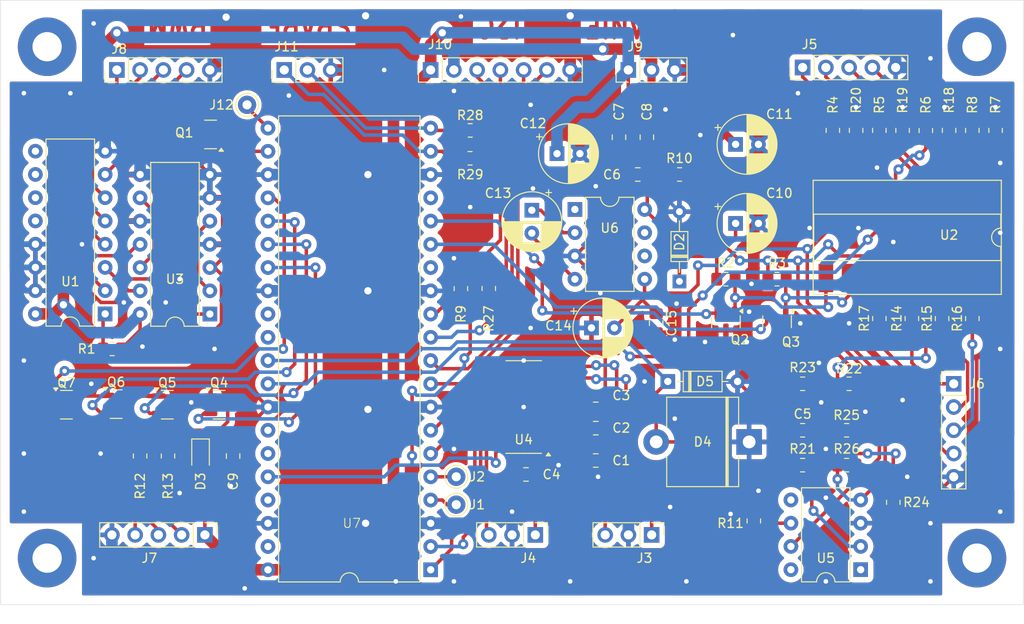
<source format=kicad_pcb>
(kicad_pcb (version 20221018) (generator pcbnew)
  (layers (0 "F.Cu" signal) (31 "B.Cu" signal) (34 "B.Paste" user) (35 "F.Paste" user) (36 "B.SilkS" user "B.Silkscreen") (37 "F.SilkS" user "F.Silkscreen") (38 "B.Mask" user) (39 "F.Mask" user) (44 "Edge.Cuts" user))
  (net 0 "")
  (net 1 "Net-(U4-C1+)")
  (net 2 "Net-(U4-C1-)")
  (net 3 "Net-(U4-C2+)")
  (net 4 "Net-(U4-C2-)")
  (net 5 "GNDREF")
  (net 6 "Net-(U4-VS-)")
  (net 7 "Net-(U4-VS+)")
  (net 8 "Net-(U5--)")
  (net 9 "Net-(C5-Pad2)")
  (net 10 "+8V")
  (net 11 "+5V")
  (net 12 "+15V")
  (net 13 "Net-(U6-CAP+)")
  (net 14 "Net-(U6-CAP-)")
  (net 15 "-8V")
  (net 16 "Net-(D3-K)")
  (net 17 "Net-(D4-A)")
  (net 18 "Net-(J3-Pin_1)")
  (net 19 "Net-(J3-Pin_3)")
  (net 20 "Net-(J4-Pin_1)")
  (net 21 "Net-(J4-Pin_3)")
  (net 22 "Net-(J5-Pin_1)")
  (net 23 "Net-(J5-Pin_2)")
  (net 24 "Net-(J5-Pin_3)")
  (net 25 "Net-(J5-Pin_4)")
  (net 26 "Net-(J6-Pin_1)")
  (net 27 "Net-(J6-Pin_2)")
  (net 28 "Net-(J6-Pin_3)")
  (net 29 "Net-(J6-Pin_4)")
  (net 30 "Net-(J7-Pin_2)")
  (net 31 "Net-(J7-Pin_3)")
  (net 32 "Net-(J7-Pin_4)")
  (net 33 "Net-(J8-Pin_1)")
  (net 34 "Net-(J8-Pin_2)")
  (net 35 "Net-(J8-Pin_3)")
  (net 36 "Net-(J8-Pin_4)")
  (net 37 "Net-(J10-Pin_3)")
  (net 38 "Net-(J10-Pin_4)")
  (net 39 "Net-(J10-Pin_5)")
  (net 40 "Net-(J10-Pin_6)")
  (net 41 "Net-(J11-Pin_1)")
  (net 42 "Net-(J11-Pin_2)")
  (net 43 "Net-(Q1-S)")
  (net 44 "Net-(Q1-D)")
  (net 45 "Net-(Q2-S)")
  (net 46 "Net-(Q2-D)")
  (net 47 "Net-(Q3-S)")
  (net 48 "Net-(Q3-D)")
  (net 49 "Net-(Q4-G)")
  (net 50 "Net-(Q4-D)")
  (net 51 "Net-(Q5-G)")
  (net 52 "Net-(Q5-D)")
  (net 53 "Net-(Q6-G)")
  (net 54 "Net-(Q7-G)")
  (net 55 "Net-(U2-Y3)")
  (net 56 "Net-(U2-Y2)")
  (net 57 "Net-(U2-Y1)")
  (net 58 "Net-(U2-Y0)")
  (net 59 "+3V3")
  (net 60 "Net-(U2-X0)")
  (net 61 "Net-(U2-X1)")
  (net 62 "Net-(U2-X2)")
  (net 63 "Net-(U2-X3)")
  (net 64 "Net-(U2-X)")
  (net 65 "Net-(R24-Pad2)")
  (net 66 "Net-(U1A-A0)")
  (net 67 "Net-(U1A-A1)")
  (net 72 "Net-(U2-Y)")
  (net 73 "Net-(U3A-D)")
  (net 74 "Net-(U3B-D)")
  (net 75 "Net-(U4-R2OUT)")
  (net 76 "Net-(U4-T2IN)")
  (net 77 "Net-(U4-T1IN)")
  (net 78 "Net-(U4-R1OUT)")
  (net 85 "Net-(J1-Pin_1)")
  (net 86 "Net-(J2-Pin_1)")
  (net 89 "Net-(J12-Pin_1)")
  (footprint "Capacitor_THT:CP_Radial_D6.3mm_P2.50mm" (layer "F.Cu") (at 86.193621 77.724)
    (fp_text reference "C12")
    (fp_text value "C_Polarized")
  )
  (footprint "Resistor_SMD:R_0805_2012Metric_Pad1.20x1.40mm_HandSolder" (layer "F.Cu") (at 107.696 117.856 90)
    (fp_text reference "R11")
    (fp_text value "R")
  )
  (footprint "Resistor_SMD:R_0805_2012Metric_Pad1.20x1.40mm_HandSolder" (layer "F.Cu") (at 116.332 75.184 -90)
    (fp_text reference "R4")
    (fp_text value "R")
  )
  (footprint "Capacitor_SMD:C_0805_2012Metric_Pad1.18x1.45mm_HandSolder" (layer "F.Cu") (at 92.964 75.936 -90)
    (fp_text reference "C7")
    (fp_text value "C")
  )
  (footprint "Resistor_SMD:R_0805_2012Metric_Pad1.20x1.40mm_HandSolder" (layer "F.Cu") (at 134.112 75.184 90)
    (fp_text reference "R7")
    (fp_text value "R")
  )
  (footprint "Resistor_SMD:R_0805_2012Metric_Pad1.20x1.40mm_HandSolder" (layer "F.Cu") (at 113.03 111.76 180)
    (fp_text reference "R21")
    (fp_text value "R")
  )
  (footprint "Resistor_SMD:R_0805_2012Metric_Pad1.20x1.40mm_HandSolder" (layer "F.Cu") (at 113.03 107.95 180)
    (fp_text reference "C5")
    (fp_text value "C")
  )
  (footprint "Resistor_SMD:R_0805_2012Metric_Pad1.20x1.40mm_HandSolder" (layer "F.Cu") (at 43.688 110.76 -90)
    (fp_text reference "R13")
    (fp_text value "R")
  )
  (footprint "Package_DIP:DIP-16_W7.62mm" (layer "F.Cu") (at 36.82 95.235 180)
    (fp_text reference "U1")
    (fp_text value "4555")
  )
  (footprint "Diode_THT:D_DO-35_SOD27_P7.62mm_Horizontal" (layer "F.Cu") (at 98.298 102.616)
    (fp_text reference "D5")
    (fp_text value "BAT41")
  )
  (footprint "Resistor_SMD:R_0805_2012Metric_Pad1.20x1.40mm_HandSolder" (layer "F.Cu") (at 76.692 78.232)
    (fp_text reference "R29")
    (fp_text value "R")
  )
  (footprint "Resistor_SMD:R_0805_2012Metric_Pad1.20x1.40mm_HandSolder" (layer "F.Cu") (at 37.592 99.06)
    (fp_text reference "R1")
    (fp_text value "R")
  )
  (footprint "Resistor_SMD:R_0805_2012Metric_Pad1.20x1.40mm_HandSolder" (layer "F.Cu") (at 104.648 91.44 180)
    (fp_text reference "R2")
    (fp_text value "R")
  )
  (footprint "Package_DIP:DIP-8_W7.62mm" (layer "F.Cu") (at 88.148 83.82)
    (fp_text reference "U6")
    (fp_text value "ICL7660")
  )
  (footprint "Capacitor_THT:CP_Radial_D6.3mm_P2.50mm" (layer "F.Cu") (at 105.704 85.344)
    (fp_text reference "C10")
    (fp_text value "C_Polarized")
  )
  (footprint "Package_TO_SOT_SMD:SOT-23" (layer "F.Cu") (at 32.5905 105.156)
    (fp_text reference "Q7")
    (fp_text value "RK7002")
  )
  (footprint "Resistor_SMD:R_0805_2012Metric_Pad1.20x1.40mm_HandSolder" (layer "F.Cu") (at 78.74 92.456 90)
    (fp_text reference "R27")
    (fp_text value "R")
  )
  (footprint "Resistor_SMD:R_0805_2012Metric_Pad1.20x1.40mm_HandSolder" (layer "F.Cu") (at 123.952 75.184 -90)
    (fp_text reference "R19")
    (fp_text value "R")
  )
  (footprint "Capacitor_SMD:C_0805_2012Metric_Pad1.18x1.45mm_HandSolder" (layer "F.Cu") (at 95.0175 80 180)
    (fp_text reference "C6")
    (fp_text value "C")
  )
  (footprint "Capacitor_SMD:C_0805_2012Metric_Pad1.18x1.45mm_HandSolder" (layer "F.Cu") (at 97.028 96.2445 -90)
    (fp_text reference "C15")
    (fp_text value "C")
  )
  (footprint "MountingHole:MountingHole_3.2mm_M3_Pad" (layer "F.Cu") (at 132.08 121.92)
    (fp_text reference "H4" hide)
    (fp_text value "MountingHole")
  )
  (footprint "Package_DIP:DIP-16_W8.89mm_SMDSocket_LongPads" (layer "F.Cu") (at 124.46 86.868 -90)
    (fp_text reference "U2")
    (fp_text value "4052")
  )
  (footprint "Package_SO:SOIC-16_3.9x9.9mm_P1.27mm" (layer "F.Cu") (at 82.55 105.41 180)
    (fp_text reference "U4")
    (fp_text value "MAX3232")
  )
  (footprint "Connector_Pin:Pin_D1.0mm_L10.0mm" (layer "F.Cu") (at 75.184 116.078 90)
    (fp_text reference "J1")
    (fp_text value "Conn_01x01")
  )
  (footprint "Package_TO_SOT_SMD:SOT-23" (layer "F.Cu") (at 38.0215 105.09)
    (fp_text reference "Q6")
    (fp_text value "RK7002")
  )
  (footprint "Package_DIP:DIP-14_W7.62mm" (layer "F.Cu") (at 48.26 95.25 180)
    (fp_text reference "U3")
    (fp_text value "4013")
  )
  (footprint "Connector_Pin:Pin_D1.0mm_L10.0mm" (layer "F.Cu") (at 52.324 72.39)
    (fp_text reference "J12")
    (fp_text value "Conn_01x01")
  )
  (footprint "MountingHole:MountingHole_3.2mm_M3_Pad" (layer "F.Cu") (at 30.48 121.92)
    (fp_text reference "H1" hide)
    (fp_text value "MountingHole")
  )
  (footprint "Resistor_SMD:R_0805_2012Metric_Pad1.20x1.40mm_HandSolder" (layer "F.Cu") (at 128.27 95.742 90)
    (fp_text reference "R15")
    (fp_text value "R")
  )
  (footprint "Capacitor_SMD:C_0805_2012Metric_Pad1.18x1.45mm_HandSolder" (layer "F.Cu") (at 50.8 110.7655 90)
    (fp_text reference "C9")
    (fp_text value "C")
  )
  (footprint "Package_TO_SOT_SMD:SOT-23" (layer "F.Cu") (at 43.6095 105.156)
    (fp_text reference "Q5")
    (fp_text value "RK7002")
  )
  (footprint "Resistor_SMD:R_0805_2012Metric_Pad1.20x1.40mm_HandSolder" (layer "F.Cu") (at 40.64 110.76 90)
    (fp_text reference "R12")
    (fp_text value "R")
  )
  (footprint "Package_TO_SOT_SMD:SOT-23" (layer "F.Cu") (at 104.648 96.0905 -90)
    (fp_text reference "Q2")
    (fp_text value "BF545A")
  )
  (footprint "Resistor_SMD:R_0805_2012Metric_Pad1.20x1.40mm_HandSolder" (layer "F.Cu") (at 121.412 75.184 -90)
    (fp_text reference "R5")
    (fp_text value "R")
  )
  (footprint "Resistor_SMD:R_0805_2012Metric_Pad1.20x1.40mm_HandSolder" (layer "F.Cu") (at 126.492 75.2 -90)
    (fp_text reference "R6")
    (fp_text value "R")
  )
  (footprint "Diode_SMD:D_0805_2012Metric_Pad1.15x1.40mm_HandSolder" (layer "F.Cu") (at 47.244 110.76 -90)
    (fp_text reference "D3")
    (fp_text value "LED_Small")
  )
  (footprint "Capacitor_SMD:C_0805_2012Metric_Pad1.18x1.45mm_HandSolder" (layer "F.Cu") (at 82.804 112.776)
    (fp_text reference "C4")
    (fp_text value "C_Small")
  )
  (footprint "Connector_Pin:Pin_D1.0mm_L10.0mm" (layer "F.Cu") (at 75.184 113.03 90)
    (fp_text reference "J2")
    (fp_text value "Conn_01x01")
  )
  (footprint "Resistor_SMD:R_0805_2012Metric_Pad1.20x1.40mm_HandSolder" (layer "F.Cu") (at 76.708 75.184)
    (fp_text reference "R28")
    (fp_text value "R")
  )
  (footprint "Resistor_SMD:R_0805_2012Metric_Pad1.20x1.40mm_HandSolder" (layer "F.Cu") (at 117.84 107.95)
    (fp_text reference "R25")
    (fp_text value "R")
  )
  (footprint "Package_TO_SOT_SMD:SOT-23" (layer "F.Cu") (at 110.236 96.0905 -90)
    (fp_text reference "Q3")
    (fp_text value "BF545A")
  )
  (footprint "Resistor_SMD:R_0805_2012Metric_Pad1.20x1.40mm_HandSolder" (layer "F.Cu") (at 110.236 91.44 180)
    (fp_text reference "R3")
    (fp_text value "R")
  )
  (footprint "Resistor_SMD:R_0805_2012Metric_Pad1.20x1.40mm_HandSolder" (layer "F.Cu") (at 129.032 75.184 90)
    (fp_text reference "R18")
    (fp_text value "R")
  )
  (footprint "Resistor_SMD:R_0805_2012Metric_Pad1.20x1.40mm_HandSolder" (layer "F.Cu") (at 113.03 102.87 180)
    (fp_text reference "R23")
    (fp_text value "R")
  )
  (footprint "Capacitor_SMD:C_0805_2012Metric_Pad1.18x1.45mm_HandSolder" (layer "F.Cu") (at 90.424 104.14 180)
    (fp_text reference "C3")
    (fp_text value "C_Small")
  )
  (footprint "Package_DIP:DIP-8_W7.62mm" (layer "F.Cu") (at 119.37 123.18 180)
    (fp_text reference "U5")
    (fp_text value "OP07")
  )
  (footprint "Connector_PinHeader_2.54mm:PinHeader_1x05_P2.54mm_Vertical" (layer "F.Cu") (at 38.1 68.58 90)
    (fp_text reference "J8")
    (fp_text value "Conn_01x05")
  )
  (footprint "Connector_PinHeader_2.54mm:PinHeader_1x03_P2.54mm_Vertical" (layer "F.Cu") (at 56.388 68.58 90)
    (fp_text reference "J11")
    (fp_text value "Conn_01x03")
  )
  (footprint "Capacitor_SMD:C_0805_2012Metric_Pad1.18x1.45mm_HandSolder" (layer "F.Cu") (at 90.424 107.7175)
    (fp_text reference "C2")
    (fp_text value "C_Small")
  )
  (footprint "Resistor_SMD:R_0805_2012Metric_Pad1.20x1.40mm_HandSolder" (layer "F.Cu") (at 99.584 80 180)
    (fp_text reference "R10")
    (fp_text value "R")
  )
  (footprint "MountingHole:MountingHole_3.2mm_M3_Pad" (layer "F.Cu") (at 30.48 66.04)
    (fp_text reference "H2" hide)
    (fp_text value "MountingHole")
  )
  (footprint "Connector_PinHeader_2.54mm:PinHeader_1x05_P2.54mm_Vertical" (layer "F.Cu") (at 47.72 119.38 -90)
    (fp_text reference "J7")
    (fp_text value "Conn_01x05")
  )
  (footprint "Capacitor_SMD:C_0805_2012Metric_Pad1.18x1.45mm_HandSolder" (layer "F.Cu") (at 96.012 75.936 -90)
    (fp_text reference "C8")
    (fp_text value "C")
  )
  (footprint "Package_TO_SOT_SMD:SOT-23" (layer "F.Cu") (at 49.276 105.156)
    (fp_text reference "Q4")
    (fp_text value "RK7002")
  )
  (footprint "Diode_THT:D_DO-34_SOD68_P7.62mm_Horizontal" (layer "F.Cu") (at 99.568 91.684 90)
    (fp_text reference "D2")
    (fp_text value "D_Zener_Small")
  )
  (footprint "Connector_PinHeader_2.54mm:PinHeader_1x03_P2.54mm_Vertical" (layer "F.Cu") (at 93.98 68.58 90)
    (fp_text reference "J9")
    (fp_text value "Conn_01x03")
  )
  (footprint "Resistor_SMD:R_0805_2012Metric_Pad1.20x1.40mm_HandSolder" (layer "F.Cu") (at 131.572 75.184 90)
    (fp_text reference "R8")
    (fp_text value "R")
  )
  (footprint "Resistor_SMD:R_0805_2012Metric_Pad1.20x1.40mm_HandSolder" (layer "F.Cu") (at 131.572 95.742 90)
    (fp_text reference "R16")
    (fp_text value "R")
  )
  (footprint "Capacitor_THT:CP_Radial_D6.3mm_P2.50mm" (layer "F.Cu") (at 83.439 83.907621 -90)
    (fp_text reference "C13")
    (fp_text value "C_Polarized")
  )
  (footprint "Connector_PinHeader_2.54mm:PinHeader_1x05_P2.54mm_Vertical" (layer "F.Cu") (at 113.03 68.31 90)
    (fp_text reference "J5")
    (fp_text value "Conn_01x05")
  )
  (footprint "Resistor_SMD:R_0805_2012Metric_Pad1.20x1.40mm_HandSolder" (layer "F.Cu") (at 118.11 102.87)
    (fp_text reference "R22")
    (fp_text value "R")
  )
  (footprint "Resistor_SMD:R_0805_2012Metric_Pad1.20x1.40mm_HandSolder" (layer "F.Cu") (at 75.692 92.472 90)
    (fp_text reference "R9")
    (fp_text value "R")
  )
  (footprint "Connector_PinHeader_2.54mm:PinHeader_1x03_P2.54mm_Vertical" (layer "F.Cu") (at 83.82 119.38 -90)
    (fp_text reference "J4")
    (fp_text value "Conn_01x03")
  )
  (footprint "Package_TO_SOT_SMD:SOT-23" (layer "F.Cu") (at 48.3385 75.626 180)
    (fp_text reference "Q1")
    (fp_text value "BF545A")
  )
  (footprint "Resistor_SMD:R_0805_2012Metric_Pad1.20x1.40mm_HandSolder" (layer "F.Cu") (at 122.936 115.824 90)
    (fp_text reference "R24")
    (fp_text value "R")
  )
  (footprint "kpole:DIP-40_W700mils" (layer "F.Cu") (at 72.39 123.19 180)
    (fp_text reference "U7")
    (fp_text value "RPi PICO")
  )
  (footprint "Resistor_SMD:R_0805_2012Metric_Pad1.20x1.40mm_HandSolder" (layer "F.Cu") (at 124.968 95.742 90)
    (fp_text reference "R14")
    (fp_text value "R")
  )
  (footprint "Connector_PinHeader_2.54mm:PinHeader_1x03_P2.54mm_Vertical" (layer "F.Cu") (at 96.535 119.38 -90)
    (fp_text reference "J3")
    (fp_text value "Conn_01x03")
  )
  (footprint "Resistor_SMD:R_0805_2012Metric_Pad1.20x1.40mm_HandSolder" (layer "F.Cu") (at 117.84 111.76)
    (fp_text reference "R26")
    (fp_text value "R")
  )
  (footprint "Resistor_SMD:R_0805_2012Metric_Pad1.20x1.40mm_HandSolder" (layer "F.Cu") (at 121.412 95.742 90)
    (fp_text reference "R17")
    (fp_text value "R")
  )
  (footprint "Resistor_SMD:R_0805_2012Metric_Pad1.20x1.40mm_HandSolder" (layer "F.Cu") (at 118.872 75.184 90)
    (fp_text reference "R20")
    (fp_text value "R")
  )
  (footprint "Connector_PinHeader_2.54mm:PinHeader_1x07_P2.54mm_Vertical" (layer "F.Cu") (at 72.385 68.58 90)
    (fp_text reference "J10")
    (fp_text value "Conn_01x07")
  )
  (footprint "Capacitor_THT:CP_Radial_D6.3mm_P2.50mm" (layer "F.Cu") (at 105.704 76.708)
    (fp_text reference "C11")
    (fp_text value "C_Polarized")
  )
  (footprint "Capacitor_THT:CP_Radial_D6.3mm_P2.50mm" (layer "F.Cu") (at 89.956 96.764)
    (fp_text reference "C14")
    (fp_text value "C_Polarized")
  )
  (footprint "Diode_THT:D_5KP_P10.16mm_Horizontal" (layer "F.Cu") (at 107.188 109.22 180)
    (fp_text reference "D4")
    (fp_text value "LED_Small")
  )
  (footprint "Connector_PinHeader_2.54mm:PinHeader_1x05_P2.54mm_Vertical" (layer "F.Cu") (at 129.54 102.87)
    (fp_text reference "J6")
    (fp_text value "Conn_01x05")
  )
  (footprint "Capacitor_SMD:C_0805_2012Metric_Pad1.18x1.45mm_HandSolder" (layer "F.Cu") (at 90.424 111.252)
    (fp_text reference "C1")
    (fp_text value "C_Small")
  )
  (footprint "MountingHole:MountingHole_3.2mm_M3_Pad" (layer "F.Cu") (at 132.08 66.04)
    (fp_text reference "H3" hide)
    (fp_text value "MountingHole")
  )
  (gr_line locked (start 25.4 127) (end 137.16 127) (stroke (width 0.05)) (layer "Edge.Cuts"))
  (gr_line locked (start 25.4 60.96) (end 25.4 127) (stroke (width 0.05)) (layer "Edge.Cuts"))
  (gr_line locked (start 137.16 60.96) (end 25.4 60.96) (stroke (width 0.05)) (layer "Edge.Cuts"))
  (gr_line locked (start 137.16 127) (end 137.16 60.96) (stroke (width 0.05)) (layer "Edge.Cuts"))
  (gr_text locked "POMIAR +24V" (at 128.27 62.23 180) (layer "F.Cu") (effects (font (size 2.5 2) (thickness 0.4) bold) (justify left bottom)))
  (gr_text locked "UART1" (at 88.915 125.73) (layer "F.Cu") (effects (font (size 2.5 2) (thickness 0.4) bold) (justify left bottom)))
  (gr_text locked "I2C" (at 82.545 62.23 180) (layer "F.Cu") (effects (font (size 2.5 2) (thickness 0.4) bold) (justify left bottom)))
  (gr_text locked "ZASILANIE" (at 104.14 62.23 180) (layer "F.Cu") (effects (font (size 2.5 2) (thickness 0.4) bold) (justify left bottom)))
  (gr_text locked "UART0" (at 76.2 125.73) (layer "F.Cu") (effects (font (size 2.5 2) (thickness 0.4) bold) (justify left bottom)))
  (gr_text locked "STYCZNIK" (at 36.29 125.73) (layer "F.Cu") (effects (font (size 2.5 2) (thickness 0.4) bold) (justify left bottom)))
  (gr_text locked "PWM" (at 48.26 62.23 180) (layer "F.Cu") (effects (font (size 2.5 2) (thickness 0.4) bold) (justify left bottom)))
  (gr_text locked "POMIAR I" (at 135.89 114.3 90) (layer "F.Cu") (effects (font (size 2.5 2) (thickness 0.4) bold) (justify left bottom)))
  (gr_text locked "SPARE" (at 64.008 62.23 180) (layer "F.Cu") (effects (font (size 2.5 2) (thickness 0.4) bold) (justify left bottom)))
  (segment (start 86.741 109.855) (end 88.138 111.252) (width 0.381) (layer "F.Cu") (net 1))
  (segment (start 85.025 109.855) (end 86.741 109.855) (width 0.381) (layer "F.Cu") (net 1))
  (segment (start 88.138 111.252) (end 89.3865 111.252) (width 0.381) (layer "F.Cu") (net 1))
  (segment (start 91.4615 111.0195) (end 89.662 109.22) (width 0.381) (layer "F.Cu") (net 2))
  (segment (start 91.4615 111.252) (end 91.4615 111.0195) (width 0.381) (layer "F.Cu") (net 2))
  (segment (start 88.138 109.22) (end 86.233 107.315) (width 0.381) (layer "F.Cu") (net 2))
  (segment (start 89.662 109.22) (end 88.138 109.22) (width 0.381) (layer "F.Cu") (net 2))
  (segment (start 86.233 107.315) (end 85.025 107.315) (width 0.381) (layer "F.Cu") (net 2))
  (segment (start 88.6675 107.7175) (end 86.995 106.045) (width 0.381) (layer "F.Cu") (net 3))
  (segment (start 86.995 106.045) (end 85.025 106.045) (width 0.381) (layer "F.Cu") (net 3))
  (segment (start 89.3865 107.7175) (end 88.6675 107.7175) (width 0.381) (layer "F.Cu") (net 3))
  (segment (start 90.678 105.918) (end 91.4615 106.7015) (width 0.381) (layer "F.Cu") (net 4))
  (segment (start 88.138 105.918) (end 90.678 105.918) (width 0.381) (layer "F.Cu") (net 4))
  (segment (start 85.025 104.775) (end 86.995 104.775) (width 0.381) (layer "F.Cu") (net 4))
  (segment (start 91.4615 106.7015) (end 91.4615 107.7175) (width 0.381) (layer "F.Cu") (net 4))
  (segment (start 86.995 104.775) (end 88.138 105.918) (width 0.381) (layer "F.Cu") (net 4))
  (segment (start 50.038 66.802) (end 48.26 68.58) (width 1.27) (layer "F.Cu") (net 5))
  (segment (start 91.4615 104.14) (end 91.4615 99.5895) (width 0.381) (layer "F.Cu") (net 5))
  (segment (start 50.8 109.728) (end 50.8 109.22) (width 0.381) (layer "F.Cu") (net 5))
  (segment (start 81.7665 113.8135) (end 81.7665 112.776) (width 0.381) (layer "F.Cu") (net 5))
  (segment (start 108.204 82.042) (end 108.585 82.423) (width 0.635) (layer "F.Cu") (net 5))
  (segment (start 106.934 96.901) (end 106.934 98.298) (width 1.27) (layer "F.Cu") (net 5))
  (segment (start 108.204 79.756) (end 108.204 76.708) (width 1.27) (layer "F.Cu") (net 5))
  (segment (start 50.8 109.22) (end 54.61 105.41) (width 0.381) (layer "F.Cu") (net 5))
  (segment (start 119.11 101.838) (end 116.332 99.06) (width 0.381) (layer "F.Cu") (net 5))
  (segment (start 40.64 104.14) (end 40.706 104.206) (width 0.381) (layer "F.Cu") (net 5))
  (segment (start 40.706 104.206) (end 53.406 104.206) (width 0.381) (layer "F.Cu") (net 5))
  (segment (start 65.278 118.11) (end 65.278 117.856) (width 1.27) (layer "F.Cu") (net 5))
  (segment (start 87.625 68.58) (end 87.625 62.6) (width 1.27) (layer "F.Cu") (net 5))
  (segment (start 65.532 92.71) (end 65.532 105.664) (width 1.27) (layer "F.Cu") (net 5))
  (segment (start 107.442 91.948) (end 107.696 92.202) (width 1.27) (layer "F.Cu") (net 5))
  (segment (start 120.65 82.423) (end 120.65 80.264) (width 0.381) (layer "F.Cu") (net 5))
  (segment (start 123.952 74.184) (end 123.952 72.644) (width 0.381) (layer "F.Cu") (net 5))
  (segment (start 48.26 87.63) (end 49.72237 87.63) (width 0.635) (layer "F.Cu") (net 5))
  (segment (start 76.962 80.01) (end 72.39 80.01) (width 0.381) (layer "F.Cu") (net 5))
  (segment (start 77.724 79.248) (end 76.962 80.01) (width 0.381) (layer "F.Cu") (net 5))
  (segment (start 96.3015 98.0085) (end 93.0425 98.0085) (width 0.381) (layer "F.Cu") (net 5))
  (segment (start 108.204 76.708) (end 108.204 75.57663) (width 1.27) (layer "F.Cu") (net 5))
  (segment (start 121.92 117.84) (end 121.92 117.856) (width 0.381) (layer "F.Cu") (net 5))
  (segment (start 88.693621 77.724) (end 88.693621 69.648621) (width 1.27) (layer "F.Cu") (net 5))
  (segment (start 88.693621 69.648621) (end 87.625 68.58) (width 1.27) (layer "F.Cu") (net 5))
  (segment (start 106.934 95.25) (end 106.934 96.901) (width 1.27) (layer "F.Cu") (net 5))
  (segment (start 108.585 82.423) (end 115.57 82.423) (width 0.635) (layer "F.Cu") (net 5))
  (segment (start 108.204 82.042) (end 108.204 79.756) (width 1.27) (layer "F.Cu") (net 5))
  (segment (start 81.049999 108.585) (end 81.7665 109.301501) (width 0.381) (layer "F.Cu") (net 5))
  (segment (start 125.73 116.84) (end 125.476 116.84) (width 0.381) (layer "F.Cu") (net 5))
  (segment (start 31.653 104.206) (end 40.574 104.206) (width 0.381) (layer "F.Cu") (net 5))
  (segment (start 120.65 80.264) (end 120.396 80.01) (width 0.381) (layer "F.Cu") (net 5))
  (segment (start 93.0425 98.0085) (end 91.4615 99.5895) (width 0.381) (layer "F.Cu") (net 5))
  (segment (start 129.032 74.184) (end 129.032 73.152) (width 0.381) (layer "F.Cu") (net 5))
  (segment (start 106.807 97.028) (end 106.934 96.901) (width 0.381) (layer "F.Cu") (net 5))
  (segment (start 49.784 87.56837) (end 49.784 82.55) (width 0.635) (layer "F.Cu") (net 5))
  (segment (start 36.345011 93.98) (end 34.29 91.924989) (width 0.381) (layer "F.Cu") (net 5))
  (segment (start 92.964 78.74) (end 92.964 78.984) (width 0.381) (layer "F.Cu") (net 5))
  (segment (start 106.934 94.742) (end 107.188 94.996) (width 1.27) (layer "F.Cu") (net 5))
  (segment (start 108.204 85.344) (end 108.204 82.042) (width 1.27) (layer "F.Cu") (net 5))
  (segment (start 61.468 68.58) (end 64.008 68.58) (width 1.27) (layer "F.Cu") (net 5))
  (segment (start 115.57 80.264) (end 115.57 82.423) (width 0.381) (layer "F.Cu") (net 5))
  (segment (start 110.236 99.06) (end 106.934 99.06) (width 0.381) (layer "F.Cu") (net 5))
  (segment (start 115.824 80.01) (end 115.57 80.264) (width 0.381) (layer "F.Cu") (net 5))
  (segment (start 134.112 74.184) (end 134.112 72.644) (width 0.381) (layer "F.Cu") (net 5))
  (segment (start 65.278 67.31) (end 65.278 62.595) (width 1.27) (layer "F.Cu") (net 5))
  (segment (start 106.934 101.6) (end 105.918 102.616) (width 1.27) (layer "F.Cu") (net 5))
  (segment (start 107.696 93.472) (end 106.934 94.234) (width 1.27) (layer "F.Cu") (net 5))
  (segment (start 90.424 86.624) (end 90.424 78.74) (width 0.381) (layer "F.Cu") (net 5))
  (segment (start 101.20737 68.58) (end 99.06 68.58) (width 1.27) (layer "F.Cu") (net 5))
  (segment (start 40.64 80.01) (end 38.862 80.01) (width 0.635) (layer "F.Cu") (net 5))
  (segment (start 81.28 114.3) (end 81.7665 113.8135) (width 0.381) (layer "F.Cu") (net 5))
  (segment (start 122.936 116.824) (end 121.92 117.84) (width 0.381) (layer "F.Cu") (net 5))
  (segment (start 47.401 79.151) (end 48.26 80.01) (width 0.381) (layer "F.Cu") (net 5))
  (segment (start 108.204 75.57663) (end 101.20737 68.58) (width 1.27) (layer "F.Cu") (net 5))
  (segment (start 40.574 104.206) (end 40.64 104.14) (width 0.381) (layer "F.Cu") (net 5))
  (segment (start 121.676 118.1) (end 119.37 118.1) (width 0.381) (layer "F.Cu") (net 5))
  (segment (start 80.075 108.585) (end 81.049999 108.585) (width 0.381) (layer "F.Cu") (net 5))
  (segment (start 88.148 88.9) (end 90.424 86.624) (width 0.381) (layer "F.Cu") (net 5))
  (segment (start 77.708 79.232) (end 77.724 79.248) (width 0.381) (layer "F.Cu") (net 5))
  (segment (start 116.332 99.06) (end 110.236 99.06) (width 0.381) (layer "F.Cu") (net 5))
  (segment (start 120.396 80.01) (end 115.824 80.01) (width 0.381) (layer "F.Cu") (net 5))
  (segment (start 89.956 90.708) (end 89.956 96.764) (width 0.381) (layer "F.Cu") (net 5))
  (segment (start 47.401 75.626) (end 47.401 79.151) (width 0.381) (layer "F.Cu") (net 5))
  (segment (start 107.188 103.886) (end 107.188 109.22) (width 0.381) (layer "F.Cu") (net 5))
  (segment (start 108.204 85.344) (end 107.696 85.852) (width 1.27) (layer "F.Cu") (net 5))
  (segment (start 106.934 99.06) (end 106.934 101.6) (width 1.27) (layer "F.Cu") (net 5))
  (segment (start 119.11 102.87) (end 119.11 101.838) (width 0.381) (layer "F.Cu") (net 5))
  (segment (start 64.008 68.58) (end 65.532 70.104) (width 1.27) (layer "F.Cu") (net 5))
  (segment (start 65.278 117.856) (end 65.532 117.602) (width 1.27) (layer "F.Cu") (net 5))
  (segment (start 104.648 97.028) (end 106.807 97.028) (width 0.381) (layer "F.Cu") (net 5))
  (segment (start 50.038 62.81) (end 50.038 66.802) (width 1.27) (layer "F.Cu") (net 5))
  (segment (start 105.918 102.616) (end 107.188 103.886) (width 0.381) (layer "F.Cu") (net 5))
  (segment (start 129.54 113.03) (end 125.73 116.84) (width 0.381) (layer "F.Cu") (net 5))
  (segment (start 106.934 98.298) (end 106.934 99.06) (width 1.27) (layer "F.Cu") (net 5))
  (segment (start 125.476 116.84) (end 125.46 116.824) (width 0.381) (layer "F.Cu") (net 5))
  (segment (start 91.4615 99.5895) (end 89.956 98.084) (width 0.381) (layer "F.Cu") (net 5))
  (segment (start 121.92 117.856) (end 121.676 118.1) (width 0.381) (layer "F.Cu") (net 5))
  (segment (start 53.406 104.206) (end 54.61 105.41) (width 0.381) (layer "F.Cu") (net 5))
  (segment (start 89.709621 78.74) (end 90.424 78.74) (width 0.381) (layer "F.Cu") (net 5))
  (segment (start 107.696 92.202) (end 107.696 93.472) (width 1.27) (layer "F.Cu") (net 5))
  (segment (start 65.532 80.01) (end 65.532 92.71) (width 1.27) (layer "F.Cu") (net 5))
  (segment (start 88.148 88.9) (end 89.956 90.708) (width 0.381) (layer "F.Cu") (net 5))
  (segment (start 49.784 82.55) (end 48.26 82.55) (width 0.635) (layer "F.Cu") (net 5))
  (segment (start 81.7665 109.301501) (end 81.7665 112.776) (width 0.381) (layer "F.Cu") (net 5))
  (segment (start 38.862 93.98) (end 36.345011 93.98) (width 0.381) (layer "F.Cu") (net 5))
  (segment (start 87.625 62.6) (end 87.63 62.595) (width 1.27) (layer "F.Cu") (net 5))
  (segment (start 89.956 98.084) (end 89.956 96.764) (width 0.381) (layer "F.Cu") (net 5))
  (segment (start 125.46 116.824) (end 122.936 116.824) (width 0.381) (layer "F.Cu") (net 5))
  (segment (start 97.028 97.282) (end 96.3015 98.0085) (width 0.381) (layer "F.Cu") (net 5))
  (segment (start 118.872 74.184) (end 118.872 72.644) (width 0.381) (layer "F.Cu") (net 5))
  (segment (start 65.532 117.602) (end 65.532 105.664) (width 1.27) (layer "F.Cu") (net 5))
  (segment (start 81.28 116.84) (end 81.28 114.3) (width 0.381) (layer "F.Cu") (net 5))
  (segment (start 38.862 80.01) (end 38.862 85.09) (width 0.635) (layer "F.Cu") (net 5))
  (segment (start 110.236 97.028) (end 110.236 99.06) (width 0.381) (layer "F.Cu") (net 5))
  (segment (start 34.29 91.924989) (end 34.29 87.63) (width 0.381) (layer "F.Cu") (net 5))
  (segment (start 65.532 70.104) (end 65.532 80.01) (width 1.27) (layer "F.Cu") (net 5))
  (segment (start 38.862 85.09) (end 40.64 85.09) (width 0.635) (layer "F.Cu") (net 5))
  (segment (start 107.188 94.996) (end 106.934 95.25) (width 1.27) (layer "F.Cu") (net 5))
  (segment (start 92.964 76.9735) (end 92.964 78.74) (width 0.381) (layer "F.Cu") (net 5))
  (segment (start 49.72237 87.63) (end 49.784 87.56837) (width 0.635) (layer "F.Cu") (net 5))
  (segment (start 88.693621 77.724) (end 89.709621 78.74) (width 0.381) (layer "F.Cu") (net 5))
  (segment (start 64.008 68.58) (end 65.278 67.31) (width 1.27) (layer "F.Cu") (net 5))
  (segment (start 92.964 78.984) (end 93.98 80) (width 0.381) (layer "F.Cu") (net 5))
  (segment (start 107.696 91.694) (end 107.442 91.948) (width 1.27) (layer "F.Cu") (net 5))
  (segment (start 96.012 76.9735) (end 92.964 76.9735) (width 0.381) (layer "F.Cu") (net 5))
  (segment (start 129.032 73.152) (end 128.524 72.644) (width 0.381) (layer "F.Cu") (net 5))
  (segment (start 90.424 78.74) (end 92.964 78.74) (width 0.381) (layer "F.Cu") (net 5))
  (segment (start 107.696 85.852) (end 107.696 91.694) (width 1.27) (layer "F.Cu") (net 5))
  (segment (start 77.708 75.184) (end 77.708 79.232) (width 0.381) (layer "F.Cu") (net 5))
  (segment (start 106.934 94.234) (end 106.934 94.742) (width 1.27) (layer "F.Cu") (net 5))
  (via (at 134.62 116.84) (size 1.1) (drill 0.5) (layers "F.Cu" "B.Cu") (net 5))
  (via (at 74.93 89.154) (size 1.1) (drill 0.5) (layers "F.Cu" "B.Cu") (net 5))
  (via (at 107.442 91.948) (size 1.1) (drill 0.5) (layers "F.Cu" "B.Cu") (net 5))
  (via (at 119.888 105.918) (size 1.1) (drill 0.5) (layers "F.Cu" "B.Cu") (net 5))
  (via (at 107.188 94.996) (size 1.1) (drill 0.5) (layers "F.Cu" "B.Cu") (net 5))
  (via (at 67.31 68.58) (size 1.1) (drill 0.5) (layers "F.Cu" "B.Cu") (net 5))
  (via (at 118.872 72.644) (size 1.1) (drill 0.5) (layers "F.Cu" "B.Cu") (net 5))
  (via (at 38.862 93.98) (size 1.1) (drill 0.5) (layers "F.Cu" "B.Cu") (net 5))
  (via (at 83.312 72.39) (size 1.1) (drill 0.5) (layers "F.Cu" "B.Cu") (net 5))
  (via (at 118.11 96.266) (size 1.1) (drill 0.5) (layers "F.Cu" "B.Cu") (net 5))
  (via (at 35.56 121.92) (size 1.1) (drill 0.5) (layers "F.Cu" "B.Cu") (net 5))
  (via (at 87.63 124.46) (size 1.1) (drill 0.5) (layers "F.Cu" "B.Cu") (net 5))
  (via (at 115.57 124.46) (size 1.1) (drill 0.5) (layers "F.Cu" "B.Cu") (net 5))
  (via (at 127 124.46) (size 1.1) (drill 0.5) (layers "F.Cu" "B.Cu") (net 5))
  (via (at 65.532 105.664) (size 1.4) (drill 0.8) (layers "F.Cu" "B.Cu") (net 5))
  (via (at 108.204 114.554) (size 1.1) (drill 0.5) (layers "F.Cu" "B.Cu") (net 5))
  (via (at 75.692 62.738) (size 1.1) (drill 0.5) (layers "F.Cu" "B.Cu") (net 5))
  (via (at 113.792 85.852) (size 1.1) (drill 0.5) (layers "F.Cu" "B.Cu") (net 5))
  (via (at 44.958 114.808) (size 1.1) (drill 0.5) (layers "F.Cu" "B.Cu") (net 5))
  (via (at 50.038 62.81) (size 1.4) (drill 0.8) (layers "F.Cu" "B.Cu") (net 5))
  (via (at 86.36 111.76) (size 1.1) (drill 0.5) (layers "F.Cu" "B.Cu") (net 5))
  (via (at 115.062 104.902) (size 1.1) (drill 0.5) (layers "F.Cu" "B.Cu") (net 5))
  (via (at 40.894 98.806) (size 1.1) (drill 0.5) (layers "F.Cu" "B.Cu") (net 5))
  (via (at 112.522 71.12) (size 1.1) (drill 0.5) (layers "F.Cu" "B.Cu") (net 5))
  (via (at 99.06 106.68) (size 1.1) (drill 0.5) (layers "F.Cu" "B.Cu") (net 5))
  (via (at 114.808 100.584) (size 1.1) (drill 0.5) (layers "F.Cu" "B.Cu") (net 5))
  (via (at 83.566 81.534) (size 1.1) (drill 0.5) (layers "F.Cu" "B.Cu") (net 5))
  (via (at 115.57 115.316) (size 1.1) (drill 0.5) (layers "F.Cu" "B.Cu") (net 5))
  (via (at 36.322 110.49) (size 1.1) (drill 0.5) (layers "F.Cu" "B.Cu") (net 5))
  (via (at 95.758 102.616) (size 1.1) (drill 0.5) (layers "F.Cu" "B.Cu") (net 5))
  (via (at 35.56 63.5) (size 1.1) (drill 0.5) (layers "F.Cu" "B.Cu") (net 5))
  (via (at 105.156 117.094) (size 1.1) (drill 0.5) (layers "F.Cu" "B.Cu") (net 5))
  (via (at 74.93 124.46) (size 1.1) (drill 0.5) (layers "F.Cu" "B.Cu") (net 5))
  (via (at 65.532 80.01) (size 1.4) (drill 0.8) (layers "F.Cu" "B.Cu") (net 5))
  (via (at 76.708 83.566) (size 1.1) (drill 0.5) (layers "F.Cu" "B.Cu") (net 5))
  (via (at 106.934 98.298) (size 1.1) (drill 0.5) (layers "F.Cu" "B.Cu") (net 5))
  (via (at 115.57 109.982) (size 1.1) (drill 0.5) (layers "F.Cu" "B.Cu") (net 5))
  (via (at 134.62 99.06) (size 1.1) (drill 0.5) (layers "F.Cu" "B.Cu") (net 5))
  (via (at 82.55 105.41) (size 1.1) (drill 0.5) (layers "F.Cu" "B.Cu") (net 5))
  (via (at 105.41 64.77) (size 1.1) (drill 0.5) (layers "F.Cu" "B.Cu") (net 5))
  (via (at 90.678 113.03) (size 1.1) (drill 0.5) (layers "F.Cu" "B.Cu") (net 5))
  (via (at 33.02 71.12) (size 1.1) (drill 0.5) (layers "F.Cu" "B.Cu") (net 5))
  (via (at 121.158 79.248) (size 1.1) (drill 0.5) (layers "F.Cu" "B.Cu") (net 5))
  (via (at 27.94 71.12) (size 1.1) (drill 0.5) (layers "F.Cu" "B.Cu") (net 5))
  (via (at 99.06 98.044) (size 1.1) (drill 0.5) (layers "F.Cu" "B.Cu") (net 5))
  (via (at 122.936 87.376) (size 1.1) (drill 0.5) (layers "F.Cu" "B.Cu") (net 5))
  (via (at 27.94 100.33) (size 1.1) (drill 0.5) (layers "F.Cu" "B.Cu") (net 5))
  (via (at 56.896 71.374) (size 1.1) (drill 0.5) (layers "F.Cu" "B.Cu") (net 5))
  (via (at 134.62 78.74) (size 1.1) (drill 0.5) (layers "F.Cu" "B.Cu") (net 5))
  (via (at 90.424 81.28) (size 1.1) (drill 0.5) (layers "F.Cu" "B.Cu") (net 5))
  (via (at 102.362 98.298) (size 1.1) (drill 0.5) (layers "F.Cu" "B.Cu") (net 5))
  (via (at 134.62 86.36) (size 1.1) (drill 0.5) (layers "F.Cu" "B.Cu") (net 5))
  (via (at 74.93 109.982) (size 1.1) (drill 0.5) (layers "F.Cu" "B.Cu") (net 5))
  (via (at 43.434 93.98) (size 1.1) (drill 0.5) (layers "F.Cu" "B.Cu") (net 5))
  (via (at 82.55 100.33) (size 1.1) (drill 0.5) (layers "F.Cu" "B.Cu") (net 5))
  (via (at 128.524 72.644) (size 1.1) (drill 0.5) (layers "F.Cu" "B.Cu") (net 5))
  (via (at 127 118.11) (size 1.1) (drill 0.5) (layers "F.Cu" "B.Cu") (net 5))
  (via (at 65.532 92.71) (size 1.4) (drill 0.8) (layers "F.Cu" "B.Cu") (net 5))
  (via (at 50.546 114.046) (size 1.1) (drill 0.5) (layers "F.Cu" "B.Cu") (net 5))
  (via (at 48.768 99.06) (size 1.1) (drill 0.5) (layers "F.Cu" "B.Cu") (net 5))
  (via (at 134.112 72.644) (size 1.1) (drill 0.5) (layers "F.Cu" "B.Cu") (net 5))
  (via (at 74.93 70.866) (size 1.1) (drill 0.5) (layers "F.Cu" "B.Cu") (net 5))
  (via (at 98.044 72.898) (size 1.1) (drill 0.5) (layers "F.Cu" "B.Cu") (net 5))
  (via (at 124.46 113.03) (size 1.1) (drill 0.5) (layers "F.Cu" "B.Cu") (net 5))
  (via (at 127 67.31) (size 1.1) (drill 0.5) (layers "F.Cu" "B.Cu") (net 5))
  (via (at 99.248788 94.107684) (size 1.1) (drill 0.5) (layers "F.Cu" "B.Cu") (net 5))
  (via (at 35.306 102.87) (size 1.1) (drill 0.5) (layers "F.Cu" "B.Cu") (net 5))
  (via (at 123.952 104.648) (size 1.1) (drill 0.5) (layers "F.Cu" "B.Cu") (net 5))
  (via (at 68.58 124.46) (size 1.1) (drill 0.5) (layers "F.Cu" "B.Cu") (net 5))
  (via (at 101.854 75.692) (size 1.1) (drill 0.5) (layers "F.Cu" "B.Cu") (net 5))
  (via (at 90.932 92.964) (size 1.1) (drill 0.5) (layers "F.Cu" "B.Cu") (net 5))
  (via (at 112.776 96.266) (size 1.1) (drill 0.5) (layers "F.Cu" "B.Cu") (net 5))
  (via (at 52.07 125.222) (size 1.1) (drill 0.5) (layers "F.Cu" "B.Cu") (net 5))
  (via (at 119.126 85.852) (size 1.1) (drill 0.5) (layers "F.Cu" "B.Cu") (net 5))
  (via (at 46.228 104.902) (size 1.1) (drill 0.5) (layers "F.Cu" "B.Cu") (net 5))
  (via (at 65.278 118.11) (size 1.4) (drill 0.8) (layers "F.Cu" "B.Cu") (net 5))
  (via (at 27.94 116.84) (size 1.1) (drill 0.5) (layers "F.Cu" "B.Cu") (net 5))
  (via (at 98.552 116.332) (size 1.1) (drill 0.5) (layers "F.Cu" "B.Cu") (net 5))
  (via (at 83.312 96.774) (size 1.1) (drill 0.5) (layers "F.Cu" "B.Cu") (net 5))
  (via (at 87.63 62.66) (size 1.4) (drill 0.8) (layers "F.Cu" "B.Cu") (net 5))
  (via (at 27.94 110.49) (size 1.1) (drill 0.5) (layers "F.Cu" "B.Cu") (net 5))
  (via (at 81.28 116.84) (size 1.1) (drill 0.5) (layers "F.Cu" "B.Cu") (net 5))
  (via (at 100.33 124.46) (size 1.1) (drill 0.5) (layers "F.Cu" "B.Cu") (net 5))
  (via (at 34.29 87.63) (size 1.1) (drill 0.5) (layers "F.Cu" "B.Cu") (net 5))
  (via (at 65.278 62.66) (size 1.4) (drill 0.8) (layers "F.Cu" "B.Cu") (net 5))
  (via (at 123.952 72.644) (size 1.1) (drill 0.5) (layers "F.Cu" "B.Cu") (net 5))
  (via (at 44.958 91.44) (size 1.1) (drill 0.5) (layers "F.Cu" "B.Cu") (net 5))
  (segment (start 130.81 113.03) (end 135.525 108.315) (width 1.27) (layer "B.Cu") (net 5))
  (segment (start 54.61 92.71) (end 65.532 92.71) (width 1.27) (layer "B.Cu") (net 5))
  (segment (start 123.19 66.294) (end 119.491 62.595) (width 1.27) (layer "B.Cu") (net 5))
  (segment (start 76.454 118.11) (end 77.724 116.84) (width 1.27) (layer "B.Cu") (net 5))
  (segment (start 37.56 121.888) (end 37.56 119.38) (width 1.27) (layer "B.Cu") (net 5))
  (segment (start 36.82 74.412) (end 35.814 73.406) (width 1.27) (layer "B.Cu") (net 5))
  (segment (start 65.278 105.41) (end 65.532 105.664) (width 1.27) (layer "B.Cu") (net 5))
  (segment (start 36.82 75.682) (end 39.106 75.682) (width 1.27) (layer "B.Cu") (net 5))
  (segment (start 93.98 116.84) (end 93.995 116.855) (width 1.27) (layer "B.Cu") (net 5))
  (segment (start 134.62 78.74) (end 135.525 77.835) (width 1.27) (layer "B.Cu") (net 5))
  (segment (start 65.278 62.595) (end 50.253 62.595) (width 1.27) (layer "B.Cu") (net 5))
  (segment (start 135.525 74.057) (end 134.112 72.644) (width 1.27) (layer "B.Cu") (net 5))
  (segment (start 65.278 118.11) (end 58.42 124.968) (width 1.27) (layer "B.Cu") (net 5))
  (segment (start 134.62 86.36) (end 135.525 85.455) (width 1.27) (layer "B.Cu") (net 5))
  (segment (start 48.26 82.55) (end 48.26 80.01) (width 0.635) (layer "B.Cu") (net 5))
  (segment (start 135.525 87.265) (end 134.62 86.36) (width 1.27) (layer "B.Cu") (net 5))
  (segment (start 99.06 62.595) (end 87.63 62.595) (width 1.27) (layer "B.Cu") (net 5))
  (segment (start 99.568 84.064) (end 96.784 81.28) (width 0.381) (layer "B.Cu") (net 5))
  (segment (start 118.872 72.644) (end 123.952 72.644) (width 0.381) (layer "B.Cu") (net 5))
  (segment (start 72.39 105.41) (end 65.786 105.41) (width 1.27) (layer "B.Cu") (net 5))
  (segment (start 40.64 77.216) (end 40.64 80.01) (width 1.27) (layer "B.Cu") (net 5))
  (segment (start 126.222 68.31) (end 123.19 68.31) (width 1.27) (layer "B.Cu") (net 5))
  (segment (start 135.525 98.155) (end 135.525 87.265) (width 1.27) (layer "B.Cu") (net 5))
  (segment (start 54.61 105.41) (end 65.278 105.41) (width 1.27) (layer "B.Cu") (net 5))
  (segment (start 27.05 90.155) (end 27.035 90.17) (width 0.635) (layer "B.Cu") (net 5))
  (segment (start 135.525 79.645) (end 134.62 78.74) (width 1.27) (layer "B.Cu") (net 5))
  (segment (start 135.525 77.835) (end 135.525 74.057) (width 1.27) (layer "B.Cu") (net 5))
  (segment (start 129.54 71.628) (end 126.222 68.31) (width 1.27) (layer "B.Cu") (net 5))
  (segment (start 81.28 116.84) (end 93.98 116.84) (width 1.27) (layer "B.Cu") (net 5))
  (segment (start 123.952 72.644) (end 128.524 72.644) (width 0.381) (layer "B.Cu") (net 5))
  (segment (start 27.035 76.2) (end 27.035 87.63) (width 1.27) (layer "B.Cu") (net 5))
  (segment (start 36.82 75.682) (end 36.82 74.412) (width 1.27) (layer "B.Cu") (net 5))
  (segment (start 40.64 124.968) (end 37.56 121.888) (width 1.27) (layer "B.Cu") (net 5))
  (segment (start 35.179 74.041) (end 29.194 74.041) (width 1.27) (layer "B.Cu") (net 5))
  (segment (start 65.532 80.01) (end 72.39 80.01) (width 1.27) (layer "B.Cu") (net 5))
  (segment (start 81.28 116.84) (end 81.28 119.38) (width 1.27) (layer "B.Cu") (net 5))
  (segment (start 129.54 113.03) (end 130.81 113.03) (width 1.27) (layer "B.Cu") (net 5))
  (segment (start 134.112 72.644) (end 130.556 72.644) (width 1.27) (layer "B.Cu") (net 5))
  (segment (start 27.05 87.615) (end 27.035 87.63) (width 0.635) (layer "B.Cu") (net 5))
  (segment (start 65.278 118.11) (end 72.39 118.11) (width 1.27) (layer "B.Cu") (net 5))
  (segment (start 27.035 91.551) (end 27.035 90.17) (width 0.635) (layer "B.Cu") (net 5))
  (segment (start 135.525 85.455) (end 135.525 79.645) (width 1.27) (layer "B.Cu") (net 5))
  (segment (start 35.814 63.611) (end 35.814 73.406) (width 1.27) (layer "B.Cu") (net 5))
  (segment (start 48.26 80.01) (end 40.64 80.01) (width 1.27) (layer "B.Cu") (net 5))
  (segment (start 52.324 124.968) (end 52.07 125.222) (width 1.27) (layer "B.Cu") (net 5))
  (segment (start 35.56 63.5) (end 35.56 63.865) (width 1.27) (layer "B.Cu") (net 5))
  (segment (start 128.524 72.644) (end 129.54 71.628) (width 0.381) (layer "B.Cu") (net 5))
  (segment (start 52.07 125.222) (end 51.816 124.968) (width 1.27) (layer "B.Cu") (net 5))
  (segment (start 58.42 124.968) (end 52.324 124.968) (width 1.27) (layer "B.Cu") (net 5))
  (segment (start 99.06 68.58) (end 99.06 62.595) (width 1.27) (layer "B.Cu") (net 5))
  (segment (start 130.556 72.644) (end 129.54 71.628) (width 1.27) (layer "B.Cu") (net 5))
  (segment (start 75.549 62.595) (end 65.278 62.595) (width 1.27) (layer "B.Cu") (net 5))
  (segment (start 29.2 90.155) (end 27.05 90.155) (width 0.635) (layer "B.Cu") (net 5))
  (segment (start 119.491 62.595) (end 118.364 62.595) (width 1.27) (layer "B.Cu") (net 5))
  (segment (start 123.19 68.31) (end 123.19 66.294) (width 1.27) (layer "B.Cu") (net 5))
  (segment (start 72.39 118.11) (end 76.454 118.11) (width 1.27) (layer "B.Cu") (net 5))
  (segment (start 39.106 75.682) (end 40.64 77.216) (width 1.27) (layer "B.Cu") (net 5))
  (segment (start 135.525 99.965) (end 134.62 99.06) (width 1.27) (layer "B.Cu") (net 5))
  (segment (start 65.532 92.71) (end 72.39 92.71) (width 1.27) (layer "B.Cu") (net 5))
  (segment (start 35.925 63.5) (end 35.56 63.5) (width 1.27) (layer "B.Cu") (net 5))
  (segment (start 29.2 87.615) (end 27.05 87.615) (width 0.635) (layer "B.Cu") (net 5))
  (segment (start 49.823 62.595) (end 36.83 62.595) (width 1.27) (layer "B.Cu") (net 5))
  (segment (start 28.179 92.695) (end 27.035 91.551) (width 0.635) (layer "B.Cu") (net 5))
  (segment (start 35.814 73.406) (end 35.179 74.041) (width 1.27) (layer "B.Cu") (net 5))
  (segment (start 50.038 62.81) (end 49.823 62.595) (width 1.27) (layer "B.Cu") (net 5))
  (segment (start 108.204 62.595) (end 99.06 62.595) (width 1.27) (layer "B.Cu") (net 5))
  (segment (start 51.816 124.968) (end 40.64 124.968) (width 1.27) (layer "B.Cu") (net 5))
  (segment (start 54.61 80.01) (end 65.532 80.01) (width 1.27) (layer "B.Cu") (net 5))
  (segment (start 77.724 116.84) (end 81.28 116.84) (width 1.27) (layer "B.Cu") (net 5))
  (segment (start 134.62 99.06) (end 135.525 98.155) (width 1.27) (layer "B.Cu") (net 5))
  (segment (start 135.525 108.315) (end 135.525 99.965) (width 1.27) (layer "B.Cu") (net 5))
  (segment (start 29.194 74.041) (end 27.035 76.2) (width 1.27) (layer "B.Cu") (net 5))
  (segment (start 118.364 62.595) (end 108.204 62.595) (width 1.27) (layer "B.Cu") (net 5))
  (segment (start 65.786 105.41) (end 65.532 105.664) (width 1.27) (layer "B.Cu") (net 5))
  (segment (start 54.61 118.11) (end 65.278 118.11) (width 1.27) (layer "B.Cu") (net 5))
  (segment (start 87.63 62.595) (end 75.835 62.595) (width 1.27) (layer "B.Cu") (net 5))
  (segment (start 35.56 63.865) (end 35.814 63.611) (width 1.27) (layer "B.Cu") (net 5))
  (segment (start 36.82 77.455) (end 36.82 75.682) (width 1.27) (layer "B.Cu") (net 5))
  (segment (start 96.784 81.28) (end 90.424 81.28) (width 0.381) (layer "B.Cu") (net 5))
  (segment (start 93.995 116.855) (end 93.995 119.38) (width 1.27) (layer "B.Cu") (net 5))
  (segment (start 27.035 87.63) (end 27.035 90.17) (width 1.27) (layer "B.Cu") (net 5))
  (segment (start 29.2 92.695) (end 28.179 92.695) (width 0.635) (layer "B.Cu") (net 5))
  (segment (start 36.83 62.595) (end 35.925 63.5) (width 1.27) (layer "B.Cu") (net 5))
  (segment (start 50.253 62.595) (end 50.038 62.81) (width 1.27) (layer "B.Cu") (net 5))
  (segment (start 75.692 62.738) (end 75.549 62.595) (width 1.27) (layer "B.Cu") (net 5))
  (segment (start 75.835 62.595) (end 75.692 62.738) (width 1.27) (layer "B.Cu") (net 5))
  (segment (start 88.138 104.14) (end 89.3865 104.14) (width 0.381) (layer "F.Cu") (net 6))
  (segment (start 85.025 103.505) (end 87.503 103.505) (width 0.381) (layer "F.Cu") (net 6))
  (segment (start 87.503 103.505) (end 88.138 104.14) (width 0.381) (layer "F.Cu") (net 6))
  (segment (start 85.025 108.585) (end 84.201 108.585) (width 0.381) (layer "F.Cu") (net 7))
  (segment (start 84.201 108.585) (end 83.566 109.22) (width 0.381) (layer "F.Cu") (net 7))
  (segment (start 83.566 109.22) (end 83.566 112.5005) (width 0.381) (layer "F.Cu") (net 7))
  (segment (start 83.566 112.5005) (end 83.8415 112.776) (width 0.381) (layer "F.Cu") (net 7))
  (segment (start 112.03 104.41) (end 114.03 106.41) (width 0.381) (layer "F.Cu") (net 8))
  (segment (start 112.03 102.87) (end 112.03 104.41) (width 0.381) (layer "F.Cu") (net 8))
  (segment (start 114.03 111.76) (end 114.03 116.57) (width 0.381) (layer "F.Cu") (net 8))
  (segment (start 114.03 116.57) (end 114.221782 116.761782) (width 0.381) (layer "F.Cu") (net 8))
  (segment (start 114.03 106.41) (end 114.03 107.95) (width 0.381) (layer "F.Cu") (net 8))
  (segment (start 114.03 107.95) (end 114.03 111.76) (width 0.381) (layer "F.Cu") (net 8))
  (segment (start 116.84 107.95) (end 114.03 107.95) (width 0.381) (layer "F.Cu") (net 8))
  (via (at 114.221782 116.761782) (size 1.1) (drill 0.5) (layers "F.Cu" "B.Cu") (net 8))
  (segment (start 119.37 120.64) (end 118.1 120.64) (width 0.381) (layer "B.Cu") (net 8))
  (segment (start 118.1 120.64) (end 114.221782 116.761782) (width 0.381) (layer "B.Cu") (net 8))
  (segment (start 111.75 118.1) (end 109.992 118.1) (width 0.381) (layer "F.Cu") (net 9))
  (segment (start 111.506 111.76) (end 109.982 113.284) (width 0.381) (layer "F.Cu") (net 9))
  (segment (start 109.236 118.856) (end 107.696 118.856) (width 0.381) (layer "F.Cu") (net 9))
  (segment (start 109.992 118.1) (end 109.236 118.856) (width 0.381) (layer "F.Cu") (net 9))
  (segment (start 109.992 113.294) (end 109.992 118.1) (width 0.381) (layer "F.Cu") (net 9))
  (segment (start 112.03 111.76) (end 112.03 107.95) (width 0.381) (layer "F.Cu") (net 9))
  (segment (start 112.03 111.76) (end 111.506 111.76) (width 0.381) (layer "F.Cu") (net 9))
  (segment (start 109.982 113.284) (end 109.992 113.294) (width 0.381) (layer "F.Cu") (net 9))
  (segment (start 99.608 88.94) (end 99.568 88.9) (width 0.381) (layer "F.Cu") (net 10))
  (segment (start 96.055 83.533) (end 95.768 83.82) (width 0.381) (layer "F.Cu") (net 10))
  (segment (start 117.094 88.9) (end 131.636 88.9) (width 0.381) (layer "F.Cu") (net 10))
  (segment (start 96.055 80) (end 96.055 83.533) (width 0.381) (layer "F.Cu") (net 10))
  (segment (start 106.172 89.408) (end 104.668 87.904) (width 0.381) (layer "F.Cu") (net 10))
  (segment (start 104.668 87.904) (end 103.632 88.94) (width 0.381) (layer "F.Cu") (net 10))
  (segment (start 98.584 80) (end 96.055 80) (width 0.381) (layer "F.Cu") (net 10))
  (segment (start 121.412 110.978) (end 121.412 102.87) (width 0.381) (layer "F.Cu") (net 10))
  (segment (start 99.812 91.44) (end 99.568 91.684) (width 0.381) (layer "F.Cu") (net 10))
  (segment (start 99.568 88.9) (end 99.568 87.62) (width 0.381) (layer "F.Cu") (net 10))
  (segment (start 99.568 87.62) (end 95.768 83.82) (width 0.381) (layer "F.Cu") (net 10))
  (segment (start 133.35 90.614) (end 133.35 91.313) (width 0.381) (layer "F.Cu") (net 10))
  (segment (start 131.636 88.9) (end 133.35 90.614) (width 0.381) (layer "F.Cu") (net 10))
  (segment (start 103.648 88.956) (end 103.632 88.94) (width 0.381) (layer "F.Cu") (net 10))
  (segment (start 105.704 86.868) (end 104.668 87.904) (width 0.381) (layer "F.Cu") (net 10))
  (segment (start 112.522 93.98) (end 112.522 89.408) (width 0.381) (layer "F.Cu") (net 10))
  (segment (start 99.568 91.684) (end 99.568 88.9) (width 0.381) (layer "F.Cu") (net 10))
  (segment (start 103.648 91.44) (end 103.648 88.956) (width 0.381) (layer "F.Cu") (net 10))
  (segment (start 115.824 87.63) (end 117.094 88.9) (width 0.381) (layer "F.Cu") (net 10))
  (segment (start 103.632 88.94) (end 99.608 88.94) (width 0.381) (layer "F.Cu") (net 10))
  (segment (start 111.75 120.64) (end 121.412 110.978) (width 0.381) (layer "F.Cu") (net 10))
  (segment (start 109.236 91.44) (end 109.236 89.424) (width 0.381) (layer "F.Cu") (net 10))
  (segment (start 105.704 85.344) (end 105.704 86.868) (width 0.381) (layer "F.Cu") (net 10))
  (segment (start 109.236 89.424) (end 109.22 89.408) (width 0.381) (layer "F.Cu") (net 10))
  (segment (start 121.412 102.87) (end 112.522 93.98) (width 0.381) (layer "F.Cu") (net 10))
  (via (at 112.522 89.408) (size 1.1) (drill 0.5) (layers "F.Cu" "B.Cu") (net 10))
  (via (at 109.22 89.408) (size 1.1) (drill 0.5) (layers "F.Cu" "B.Cu") (net 10))
  (via (at 115.824 87.63) (size 1.1) (drill 0.5) (layers "F.Cu" "B.Cu") (net 10))
  (via (at 106.172 89.408) (size 1.1) (drill 0.5) (layers "F.Cu" "B.Cu") (net 10))
  (segment (start 114.046 89.408) (end 112.522 89.408) (width 0.381) (layer "B.Cu") (net 10))
  (segment (start 109.22 89.408) (end 112.522 89.408) (width 0.381) (layer "B.Cu") (net 10))
  (segment (start 109.22 89.408) (end 106.172 89.408) (width 0.381) (layer "B.Cu") (net 10))
  (segment (start 115.824 87.63) (end 114.046 89.408) (width 0.381) (layer "B.Cu") (net 10))
  (segment (start 72.39 65.786) (end 72.39 68.575) (width 1.27) (layer "F.Cu") (net 11))
  (segment (start 50.8 120.904) (end 49.244 120.904) (width 1.27) (layer "F.Cu") (net 11))
  (segment (start 47.72 116.872) (end 47.72 119.38) (width 0.381) (layer "F.Cu") (net 11))
  (segment (start 68.326 72.639) (end 68.326 118.872) (width 1.27) (layer "F.Cu") (net 11))
  (segment (start 68.326 118.872) (end 64.008 123.19) (width 1.27) (layer "F.Cu") (net 11))
  (segment (start 92.964 73.152) (end 93.98 72.136) (width 0.381) (layer "F.Cu") (net 11))
  (segment (start 47.244 111.785) (end 48.768 111.785) (width 0.381) (layer "F.Cu") (net 11))
  (segment (start 48.768 111.785) (end 48.768 115.824) (width 0.381) (layer "F.Cu") (net 11))
  (segment (start 72.385 68.58) (end 68.326 72.639) (width 1.27) (layer "F.Cu") (net 11))
  (segment (start 72.39 68.575) (end 72.385 68.58) (width 1.27) (layer "F.Cu") (net 11))
  (segment (start 50.782 111.785) (end 50.8 111.803) (width 0.381) (layer "F.Cu") (net 11))
  (segment (start 64.008 123.19) (end 54.61 123.19) (width 1.27) (layer "F.Cu") (net 11))
  (segment (start 73.66 64.516) (end 72.39 65.786) (width 1.27) (layer "F.Cu") (net 11))
  (segment (start 48.768 111.785) (end 50.782 111.785) (width 0.381) (layer "F.Cu") (net 11))
  (segment (start 93.98 72.136) (end 93.98 68.58) (width 0.381) (layer "F.Cu") (net 11))
  (segment (start 92.964 74.8985) (end 92.964 73.152) (width 0.381) (layer "F.Cu") (net 11))
  (segment (start 54.61 123.19) (end 53.086 123.19) (width 1.27) (layer "F.Cu") (net 11))
  (segment (start 48.768 115.824) (end 47.72 116.872) (width 0.381) (layer "F.Cu") (net 11))
  (segment (start 49.244 120.904) (end 47.72 119.38) (width 1.27) (layer "F.Cu") (net 11))
  (segment (start 53.086 123.19) (end 50.8 120.904) (width 1.27) (layer "F.Cu") (net 11))
  (via (at 73.66 64.516) (size 1.4) (drill 0.8) (layers "F.Cu" "B.Cu") (net 11))
  (segment (start 88.392 72.644) (end 86.193621 74.842379) (width 1.27) (layer "B.Cu") (net 11))
  (segment (start 93.98 68.58) (end 89.916 72.644) (width 1.27) (layer "B.Cu") (net 11))
  (segment (start 73.66 64.516) (end 93.98 64.516) (width 1.27) (layer "B.Cu") (net 11))
  (segment (start 86.193621 74.842379) (end 86.193621 77.724) (width 1.27) (layer "B.Cu") (net 11))
  (segment (start 93.98 64.516) (end 93.98 68.58) (width 1.27) (layer "B.Cu") (net 11))
  (segment (start 89.916 72.644) (end 88.392 72.644) (width 1.27) (layer "B.Cu") (net 11))
  (segment (start 35.56 67.056) (end 35.56 71.628) (width 1.27) (layer "F.Cu") (net 12))
  (segment (start 96.012 74.8985) (end 96.012 71.628) (width 0.381) (layer "F.Cu") (net 12))
  (segment (start 100.584 79.756) (end 104.414 75.926) (width 0.381) (layer "F.Cu") (net 12))
  (segment (start 100.116 71.12) (end 96.52 71.12) (width 0.889) (layer "F.Cu") (net 12))
  (segment (start 104.414 75.418) (end 100.116 71.12) (width 0.889) (layer "F.Cu") (net 12))
  (segment (start 31.257 95.235) (end 29.2 95.235) (width 1.27) (layer "F.Cu") (net 12))
  (segment (start 38.1 64.516) (end 35.56 67.056) (width 1.27) (layer "F.Cu") (net 12))
  (segment (start 32.258 94.234) (end 31.257 95.235) (width 1.27) (layer "F.Cu") (net 12))
  (segment (start 96.012 71.628) (end 96.52 71.12) (width 0.381) (layer "F.Cu") (net 12))
  (segment (start 104.414 75.926) (end 104.414 75.418) (width 0.381) (layer "F.Cu") (net 12))
  (segment (start 32.258 74.93) (end 32.258 94.234) (width 1.27) (layer "F.Cu") (net 12))
  (segment (start 91.186 66.294) (end 95.504 66.294) (width 1.27) (layer "F.Cu") (net 12))
  (segment (start 35.56 71.628) (end 32.258 74.93) (width 1.27) (layer "F.Cu") (net 12))
  (segment (start 40.64 97.028) (end 40.64 95.25) (width 0.381) (layer "F.Cu") (net 12))
  (segment (start 96.52 71.12) (end 96.52 68.58) (width 0.889) (layer "F.Cu") (net 12))
  (segment (start 40.624 97.028) (end 40.64 97.028) (width 0.381) (layer "F.Cu") (net 12))
  (segment (start 100.584 80) (end 100.584 79.756) (width 0.381) (layer "F.Cu") (net 12))
  (segment (start 95.504 66.294) (end 96.52 67.31) (width 1.27) (layer "F.Cu") (net 12))
  (segment (start 38.592 99.06) (end 40.624 97.028) (width 0.381) (layer "F.Cu") (net 12))
  (segment (start 96.52 67.31) (end 96.52 68.58) (width 1.27) (layer "F.Cu") (net 12))
  (segment (start 105.704 76.708) (end 104.414 75.418) (width 0.889) (layer "F.Cu") (net 12))
  (via (at 91.186 66.294) (size 1.4) (drill 0.8) (layers "F.Cu" "B.Cu") (net 12))
  (via (at 32.258 94.234) (size 1.4) (drill 0.8) (layers "F.Cu" "B.Cu") (net 12))
  (via (at 38.1 64.516) (size 1.4) (drill 0.8) (layers "F.Cu" "B.Cu") (net 12))
  (segment (start 35.306 97.282) (end 32.258 94.234) (width 1.27) (layer "B.Cu") (net 12))
  (segment (start 75.063 66.294) (end 74.925 66.432) (width 1.27) (layer "B.Cu") (net 12))
  (segment (start 40.64 95.25) (end 38.608 97.282) (width 1.27) (layer "B.Cu") (net 12))
  (segment (start 70.612 66.294) (end 69.342 65.024) (width 1.27) (layer "B.Cu") (net 12))
  (segment (start 74.925 66.432) (end 74.925 68.58) (width 1.27) (layer "B.Cu") (net 12))
  (segment (start 91.186 66.294) (end 75.063 66.294) (width 1.27) (layer "B.Cu") (net 12))
  (segment (start 74.787 66.294) (end 70.612 66.294) (width 1.27) (layer "B.Cu") (net 12))
  (segment (start 38.608 65.024) (end 38.1 64.516) (width 1.27) (layer "B.Cu") (net 12))
  (segment (start 69.342 65.024) (end 38.608 65.024) (width 1.27) (layer "B.Cu") (net 12))
  (segment (start 74.925 66.432) (end 74.787 66.294) (width 1.27) (layer "B.Cu") (net 12))
  (segment (start 38.608 97.282) (end 35.306 97.282) (width 1.27) (layer "B.Cu") (net 12))
  (segment (start 86.868 86.36) (end 84.415621 83.907621) (width 0.381) (layer "F.Cu") (net 13))
  (segment (start 88.148 86.36) (end 86.868 86.36) (width 0.381) (layer "F.Cu") (net 13))
  (segment (start 84.415621 83.907621) (end 83.439 83.907621) (width 0.381) (layer "F.Cu") (net 13))
  (segment (start 83.439 86.731) (end 83.439 86.407621) (width 0.381) (layer "F.Cu") (net 14))
  (segment (start 88.148 91.44) (end 83.439 86.731) (width 0.381) (layer "F.Cu") (net 14))
  (segment (start 87.677621 91.44) (end 88.148 91.44) (width 0.381) (layer "B.Cu") (net 14))
  (segment (start 95.758 92.964) (end 95.758 91.45) (width 0.381) (layer "F.Cu") (net 15))
  (segment (start 92.456 96.764) (end 95.499 93.721) (width 0.381) (layer "F.Cu") (net 15))
  (segment (start 95.758 91.45) (end 95.768 91.44) (width 0.381) (layer "F.Cu") (net 15))
  (segment (start 122.047 112.883) (end 119.37 115.56) (width 0.381) (layer "F.Cu") (net 15))
  (segment (start 122.047 102.489) (end 122.047 112.883) (width 0.381) (layer "F.Cu") (net 15))
  (segment (start 95.499 93.721) (end 95.758 93.462) (width 0.381) (layer "F.Cu") (net 15))
  (segment (start 95.758 93.462) (end 95.758 92.964) (width 0.381) (layer "F.Cu") (net 15))
  (segment (start 118.11 83.82) (end 113.792 88.138) (width 0.381) (layer "F.Cu") (net 15))
  (segment (start 113.538 88.138) (end 113.538 93.98) (width 0.381) (layer "F.Cu") (net 15))
  (segment (start 113.538 93.98) (end 122.047 102.489) (width 0.381) (layer "F.Cu") (net 15))
  (segment (start 95.542 93.721) (end 95.499 93.721) (width 0.381) (layer "F.Cu") (net 15))
  (segment (start 113.792 88.138) (end 113.538 88.138) (width 0.381) (layer "F.Cu") (net 15))
  (segment (start 97.028 95.207) (end 95.542 93.721) (width 0.381) (layer "F.Cu") (net 15))
  (segment (start 116.84 113.284) (end 116.84 111.76) (width 0.381) (layer "F.Cu") (net 15))
  (segment (start 118.11 82.423) (end 118.11 83.82) (width 0.381) (layer "F.Cu") (net 15))
  (segment (start 101.6 92.041) (end 100.677 92.964) (width 0.381) (layer "F.Cu") (net 15))
  (segment (start 101.6 89.9345) (end 101.6 92.041) (width 0.381) (layer "F.Cu") (net 15))
  (segment (start 100.677 92.964) (end 95.758 92.964) (width 0.381) (layer "F.Cu") (net 15))
  (via (at 113.538 88.138) (size 1.1) (drill 0.5) (layers "F.Cu" "B.Cu") (net 15))
  (via (at 101.6 89.9345) (size 1.1) (drill 0.5) (layers "F.Cu" "B.Cu") (net 15))
  (via (at 116.84 113.284) (size 1.1) (drill 0.5) (layers "F.Cu" "B.Cu") (net 15))
  (segment (start 118.1 115.56) (end 116.84 114.3) (width 0.381) (layer "B.Cu") (net 15))
  (segment (start 116.84 114.3) (end 116.84 113.284) (width 0.381) (layer "B.Cu") (net 15))
  (segment (start 119.37 115.56) (end 118.1 115.56) (width 0.381) (layer "B.Cu") (net 15))
  (segment (start 105.918 88.138) (end 104.1215 89.9345) (width 0.381) (layer "B.Cu") (net 15))
  (segment (start 104.1215 89.9345) (end 101.6 89.9345) (width 0.381) (layer "B.Cu") (net 15))
  (segment (start 105.918 88.138) (end 113.538 88.138) (width 0.381) (layer "B.Cu") (net 15))
  (segment (start 47.244 109.735) (end 46.221 109.735) (width 0.381) (layer "F.Cu") (net 16))
  (segment (start 46.221 109.735) (end 44.196 111.76) (width 0.381) (layer "F.Cu") (net 16))
  (segment (start 44.196 111.76) (end 43.688 111.76) (width 0.381) (layer "F.Cu") (net 16))
  (segment (start 97.028 109.22) (end 100.06 109.22) (width 0.381) (layer "F.Cu") (net 17))
  (segment (start 100.06 109.22) (end 107.696 116.856) (width 0.381) (layer "F.Cu") (net 17))
  (segment (start 97.028 103.886) (end 98.298 102.616) (width 0.381) (layer "F.Cu") (net 17))
  (segment (start 97.028 109.22) (end 97.028 103.886) (width 0.381) (layer "F.Cu") (net 17))
  (segment (start 75.283963 98.298) (end 93.98 98.298) (width 0.381) (layer "B.Cu") (net 17))
  (segment (start 93.98 98.298) (end 98.298 102.616) (width 0.381) (layer "B.Cu") (net 17))
  (segment (start 70.104 100.33) (end 71.3995 99.0345) (width 0.381) (layer "B.Cu") (net 17))
  (segment (start 71.3995 99.0345) (end 74.547463 99.0345) (width 0.381) (layer "B.Cu") (net 17))
  (segment (start 74.547463 99.0345) (end 75.283963 98.298) (width 0.381) (layer "B.Cu") (net 17))
  (segment (start 54.61 100.33) (end 70.104 100.33) (width 0.381) (layer "B.Cu") (net 17))
  (segment (start 96.535 115.839) (end 96.535 119.38) (width 0.381) (layer "F.Cu") (net 18))
  (segment (start 93.726 113.03) (end 96.535 115.839) (width 0.381) (layer "F.Cu") (net 18))
  (segment (start 93.726 102.362) (end 93.726 113.03) (width 0.381) (layer "F.Cu") (net 18))
  (segment (start 90.467 102.362) (end 90.34 102.235) (width 0.381) (layer "F.Cu") (net 18))
  (segment (start 90.34 102.235) (end 85.025 102.235) (width 0.381) (layer "F.Cu") (net 18))
  (via (at 90.467 102.362) (size 1.1) (drill 0.5) (layers "F.Cu" "B.Cu") (net 18))
  (via (at 93.726 102.362) (size 1.1) (drill 0.5) (layers "F.Cu" "B.Cu") (net 18))
  (segment (start 93.726 102.362) (end 90.467 102.362) (width 0.381) (layer "B.Cu") (net 18))
  (segment (start 91.455 114.539) (end 91.455 119.38) (width 0.381) (layer "F.Cu") (net 19))
  (segment (start 85.025 100.965) (end 90.34 100.965) (width 0.381) (layer "F.Cu") (net 19))
  (segment (start 92.71 113.284) (end 91.455 114.539) (width 0.381) (layer "F.Cu") (net 19))
  (segment (start 92.71 101.092) (end 92.71 113.284) (width 0.381) (layer "F.Cu") (net 19))
  (segment (start 90.34 100.965) (end 90.467 100.838) (width 0.381) (layer "F.Cu") (net 19))
  (segment (start 92.456 100.838) (end 92.71 101.092) (width 0.381) (layer "F.Cu") (net 19))
  (via (at 90.467 100.838) (size 1.1) (drill 0.5) (layers "F.Cu" "B.Cu") (net 19))
  (via (at 92.456 100.838) (size 1.1) (drill 0.5) (layers "F.Cu" "B.Cu") (net 19))
  (segment (start 90.467 100.838) (end 92.456 100.838) (width 0.381) (layer "B.Cu") (net 19))
  (segment (start 82.804 108.712) (end 81.407 107.315) (width 0.381) (layer "F.Cu") (net 20))
  (segment (start 81.407 107.315) (end 80.075 107.315) (width 0.381) (layer "F.Cu") (net 20))
  (segment (start 83.82 117.094) (end 82.804 116.078) (width 0.381) (layer "F.Cu") (net 20))
  (segment (start 83.82 119.38) (end 83.82 117.094) (width 0.381) (layer "F.Cu") (net 20))
  (segment (start 82.804 116.078) (end 82.804 108.712) (width 0.381) (layer "F.Cu") (net 20))
  (segment (start 78.486 106.659001) (end 79.100001 106.045) (width 0.381) (layer "F.Cu") (net 21))
  (segment (start 79.100001 106.045) (end 80.075 106.045) (width 0.381) (layer "F.Cu") (net 21))
  (segment (start 78.486 119.126) (end 78.486 106.659001) (width 0.381) (layer "F.Cu") (net 21))
  (segment (start 78.74 119.38) (end 78.486 119.126) (width 0.381) (layer "F.Cu") (net 21))
  (segment (start 113.03 69.342) (end 113.03 68.31) (width 0.381) (layer "F.Cu") (net 22))
  (segment (start 116.332 74.184) (end 116.332 72.644) (width 0.381) (layer "F.Cu") (net 22))
  (segment (start 116.332 72.644) (end 113.03 69.342) (width 0.381) (layer "F.Cu") (net 22))
  (segment (start 119.126 70.612) (end 116.84 70.612) (width 0.381) (layer "F.Cu") (net 23))
  (segment (start 115.57 69.342) (end 115.57 68.31) (width 0.381) (layer "F.Cu") (net 23))
  (segment (start 116.84 70.612) (end 115.57 69.342) (width 0.381) (layer "F.Cu") (net 23))
  (segment (start 121.412 72.898) (end 119.126 70.612) (width 0.381) (layer "F.Cu") (net 23))
  (segment (start 121.412 74.184) (end 121.412 72.898) (width 0.381) (layer "F.Cu") (net 23))
  (segment (start 126.492 74.2) (end 126.492 72.644) (width 0.381) (layer "F.Cu") (net 24))
  (segment (start 124.587 70.739) (end 120.539 70.739) (width 0.381) (layer "F.Cu") (net 24))
  (segment (start 120.539 70.739) (end 118.11 68.31) (width 0.381) (layer "F.Cu") (net 24))
  (segment (start 126.492 72.644) (end 124.587 70.739) (width 0.381) (layer "F.Cu") (net 24))
  (segment (start 131.572 74.184) (end 131.572 73.406) (width 0.381) (layer "F.Cu") (net 25))
  (segment (start 131.572 73.406) (end 128.27 70.104) (width 0.381) (layer "F.Cu") (net 25))
  (segment (start 128.27 70.104) (end 122.444 70.104) (width 0.381) (layer "F.Cu") (net 25))
  (segment (start 122.444 70.104) (end 120.65 68.31) (width 0.381) (layer "F.Cu") (net 25))
  (segment (start 124.968 96.742) (end 124.968 100.584) (width 0.381) (layer "F.Cu") (net 26))
  (segment (start 124.968 100.584) (end 127.254 102.87) (width 0.381) (layer "F.Cu") (net 26))
  (segment (start 127.254 102.87) (end 129.54 102.87) (width 0.381) (layer "F.Cu") (net 26))
  (segment (start 131.064 104.648) (end 131.064 100.584) (width 0.381) (layer "F.Cu") (net 27))
  (segment (start 130.302 105.41) (end 131.064 104.648) (width 0.381) (layer "F.Cu") (net 27))
  (segment (start 129.54 105.41) (end 130.302 105.41) (width 0.381) (layer "F.Cu") (net 27))
  (segment (start 128.27 97.79) (end 128.27 96.742) (width 0.381) (layer "F.Cu") (net 27))
  (segment (start 131.064 100.584) (end 128.27 97.79) (width 0.381) (layer "F.Cu") (net 27))
  (segment (start 131.572 96.742) (end 131.572 98.552) (width 0.381) (layer "F.Cu") (net 28))
  (via (at 131.572 98.552) (size 1.1) (drill 0.5) (layers "F.Cu" "B.Cu") (net 28))
  (segment (start 131.572 106.68) (end 130.302 107.95) (width 0.381) (layer "B.Cu") (net 28))
  (segment (start 131.572 98.552) (end 131.572 106.68) (width 0.381) (layer "B.Cu") (net 28))
  (segment (start 130.302 107.95) (end 129.54 107.95) (width 0.381) (layer "B.Cu") (net 28))
  (segment (start 126.492 103.632) (end 121.412 98.552) (width 0.381) (layer "F.Cu") (net 29))
  (segment (start 128.778 110.49) (end 126.492 108.204) (width 0.381) (layer "F.Cu") (net 29))
  (segment (start 126.492 108.204) (end 126.492 103.632) (width 0.381) (layer "F.Cu") (net 29))
  (segment (start 121.412 98.552) (end 121.412 96.742) (width 0.381) (layer "F.Cu") (net 29))
  (segment (start 129.54 110.49) (end 128.778 110.49) (width 0.381) (layer "F.Cu") (net 29))
  (segment (start 40.64 114.84) (end 40.64 111.76) (width 0.381) (layer "F.Cu") (net 30))
  (segment (start 45.18 119.38) (end 40.64 114.84) (width 0.381) (layer "F.Cu") (net 30))
  (segment (start 42.64 119.38) (end 42.64 118.84) (width 0.381) (layer "F.Cu") (net 31))
  (segment (start 42.64 118.84) (end 38.959 115.159) (width 0.381) (layer "F.Cu") (net 31))
  (segment (start 38.959 115.159) (end 38.959 105.09) (width 0.381) (layer "F.Cu") (net 31))
  (segment (start 40.1 119.38) (end 40.1 117.697) (width 0.381) (layer "F.Cu") (net 32))
  (segment (start 37.973 109.601) (end 33.528 105.156) (width 0.381) (layer "F.Cu") (net 32))
  (segment (start 40.1 117.697) (end 37.973 115.57) (width 0.381) (layer "F.Cu") (net 32))
  (segment (start 37.973 115.57) (end 37.973 109.601) (width 0.381) (layer "F.Cu") (net 32))
  (segment (start 36.688 87.615) (end 36.82 87.615) (width 0.381) (layer "F.Cu") (net 33))
  (segment (start 38.1 70.614644) (end 34.163 74.551644) (width 0.381) (layer "F.Cu") (net 33))
  (segment (start 34.163 85.09) (end 36.688 87.615) (width 0.381) (layer "F.Cu") (net 33))
  (segment (start 34.163 74.551644) (end 34.163 85.09) (width 0.381) (layer "F.Cu") (net 33))
  (segment (start 38.1 68.58) (end 38.1 70.614644) (width 0.381) (layer "F.Cu") (net 33))
  (segment (start 36.82 85.075) (end 34.798 83.053) (width 0.381) (layer "F.Cu") (net 34))
  (segment (start 40.64 69.4055) (end 40.64 68.58) (width 0.381) (layer "F.Cu") (net 34))
  (segment (start 34.798 83.053) (end 34.798 75.2475) (width 0.381) (layer "F.Cu") (net 34))
  (segment (start 34.798 75.2475) (end 40.64 69.4055) (width 0.381) (layer "F.Cu") (net 34))
  (segment (start 35.433 76.327) (end 43.18 68.58) (width 0.381) (layer "F.Cu") (net 35))
  (segment (start 36.82 82.535) (end 35.433 81.148) (width 0.381) (layer "F.Cu") (net 35))
  (segment (start 35.433 81.148) (end 35.433 76.327) (width 0.381) (layer "F.Cu") (net 35))
  (segment (start 36.82 79.995) (end 38.354 78.461) (width 0.381) (layer "F.Cu") (net 36))
  (segment (start 38.354 75.946) (end 45.72 68.58) (width 0.381) (layer "F.Cu") (net 36))
  (segment (start 38.354 78.461) (end 38.354 75.946) (width 0.381) (layer "F.Cu") (net 36))
  (segment (start 74.041 92.202) (end 74.041 94.107) (width 0.381) (layer "F.Cu") (net 37))
  (segment (start 75.692 91.472) (end 74.771 91.472) (width 0.381) (layer "F.Cu") (net 37))
  (segment (start 80.01 71.882) (end 77.465 69.337) (width 0.381) (layer "F.Cu") (net 37))
  (segment (start 72.898 95.25) (end 72.39 95.25) (width 0.381) (layer "F.Cu") (net 37))
  (segment (start 80.01 87.154) (end 80.01 71.882) (width 0.381) (layer "F.Cu") (net 37))
  (segment (start 77.465 69.337) (end 77.465 68.58) (width 0.381) (layer "F.Cu") (net 37))
  (segment (start 75.692 91.472) (end 80.01 87.154) (width 0.381) (layer "F.Cu") (net 37))
  (segment (start 74.771 91.472) (end 74.041 92.202) (width 0.381) (layer "F.Cu") (net 37))
  (segment (start 74.041 94.107) (end 72.898 95.25) (width 0.381) (layer "F.Cu") (net 37))
  (segment (start 80.645 94.107) (end 80.645 91.313) (width 0.381) (layer "F.Cu") (net 38))
  (segment (start 80.645 71.247) (end 80.005 70.607) (width 0.381) (layer "F.Cu") (net 38))
  (segment (start 80.502 91.456) (end 80.645 91.313) (width 0.381) (layer "F.Cu") (net 38))
  (segment (start 80.645 91.313) (end 80.645 71.247) (width 0.381) (layer "F.Cu") (net 38))
  (segment (start 80.005 70.607) (end 80.005 68.58) (width 0.381) (layer "F.Cu") (net 38))
  (segment (start 77.724 97.028) (end 80.645 94.107) (width 0.381) (layer "F.Cu") (net 38))
  (segment (start 78.74 91.456) (end 80.502 91.456) (width 0.381) (layer "F.Cu") (net 38))
  (via (at 77.724 97.028) (size 1.1) (drill 0.5) (layers "F.Cu" "B.Cu") (net 38))
  (segment (start 74.676 97.79) (end 75.311 97.155) (width 0.381) (layer "B.Cu") (net 38))
  (segment (start 75.311 97.155) (end 77.597 97.155) (width 0.381) (layer "B.Cu") (net 38))
  (segment (start 72.39 97.79) (end 74.676 97.79) (width 0.381) (layer "B.Cu") (net 38))
  (segment (start 77.597 97.155) (end 77.724 97.028) (width 0.381) (layer "B.Cu") (net 38))
  (segment (start 81.28 71.12) (end 82.545 69.855) (width 0.381) (layer "F.Cu") (net 39))
  (segment (start 82.545 69.855) (end 82.545 68.58) (width 0.381) (layer "F.Cu") (net 39))
  (segment (start 81.28 96.383974) (end 81.28 71.12) (width 0.381) (layer "F.Cu") (net 39))
  (segment (start 72.39 100.33) (end 73.279 101.219) (width 0.381) (layer "F.Cu") (net 39))
  (segment (start 76.444974 101.219) (end 81.28 96.383974) (width 0.381) (layer "F.Cu") (net 39))
  (segment (start 73.279 101.219) (end 76.444974 101.219) (width 0.381) (layer "F.Cu") (net 39))
  (segment (start 81.915 71.755) (end 85.085 68.585) (width 0.381) (layer "F.Cu") (net 40))
  (segment (start 72.39 102.87) (end 75.692 102.87) (width 0.381) (layer "F.Cu") (net 40))
  (segment (start 75.692 102.87) (end 81.915 96.647) (width 0.381) (layer "F.Cu") (net 40))
  (segment (start 85.085 68.585) (end 85.085 68.58) (width 0.381) (layer "F.Cu") (net 40))
  (segment (start 81.915 96.647) (end 81.915 71.755) (width 0.381) (layer "F.Cu") (net 40))
  (segment (start 73.66 77.47) (end 72.39 77.47) (width 0.381) (layer "F.Cu") (net 41))
  (segment (start 74.422 78.232) (end 73.66 77.47) (width 0.381) (layer "F.Cu") (net 41))
  (segment (start 75.692 78.232) (end 74.422 78.232) (width 0.381) (layer "F.Cu") (net 41))
  (segment (start 59.055 71.247) (end 60.696974 71.247) (width 0.381) (layer "B.Cu") (net 41))
  (segment (start 60.696974 71.247) (end 65.141974 75.692) (width 0.381) (layer "B.Cu") (net 41))
  (segment (start 65.141974 75.692) (end 69.342 75.692) (width 0.381) (layer "B.Cu") (net 41))
  (segment (start 71.12 77.47) (end 72.39 77.47) (width 0.381) (layer "B.Cu") (net 41))
  (segment (start 56.388 68.58) (end 59.055 71.247) (width 0.381) (layer "B.Cu") (net 41))
  (segment (start 69.342 75.692) (end 71.12 77.47) (width 0.381) (layer "B.Cu") (net 41))
  (segment (start 75.708 75.184) (end 72.644 75.184) (width 0.381) (layer "F.Cu") (net 42))
  (segment (start 72.644 75.184) (end 72.39 74.93) (width 0.381) (layer "F.Cu") (net 42))
  (segment (start 58.928 68.58) (end 65.278 74.93) (width 0.381) (layer "B.Cu") (net 42))
  (segment (start 65.278 74.93) (end 72.39 74.93) (width 0.381) (layer "B.Cu") (net 42))
  (segment (start 48.641 90.17) (end 48.26 90.17) (width 0.381) (layer "F.Cu") (net 43))
  (segment (start 45.5915 100.2045) (end 49.53 96.266) (width 0.381) (layer "F.Cu") (net 43))
  (segment (start 49.652 76.576) (end 51.308 78.232) (width 0.381) (layer "F.Cu") (net 43))
  (segment (start 36.592 95.463) (end 36.82 95.235) (width 0.381) (layer "F.Cu") (net 43))
  (segment (start 37.7365 100.2045) (end 45.5915 100.2045) (width 0.381) (layer "F.Cu") (net 43))
  (segment (start 36.592 99.06) (end 37.7365 100.2045) (width 0.381) (layer "F.Cu") (net 43))
  (segment (start 49.53 90.932) (end 48.768 90.17) (width 0.381) (layer "F.Cu") (net 43))
  (segment (start 51.308 78.232) (end 51.308 87.503) (width 0.381) (layer "F.Cu") (net 43))
  (segment (start 36.592 99.06) (end 36.592 95.463) (width 0.381) (layer "F.Cu") (net 43))
  (segment (start 49.276 76.576) (end 49.652 76.576) (width 0.381) (layer "F.Cu") (net 43))
  (segment (start 51.308 87.503) (end 48.641 90.17) (width 0.381) (layer "F.Cu") (net 43))
  (segment (start 49.53 96.266) (end 49.53 90.932) (width 0.381) (layer "F.Cu") (net 43))
  (segment (start 48.768 90.17) (end 48.26 90.17) (width 0.381) (layer "F.Cu") (net 43))
  (segment (start 54.61 77.47) (end 52.832 77.47) (width 0.381) (layer "F.Cu") (net 44))
  (segment (start 50.038 74.676) (end 49.276 74.676) (width 0.381) (layer "F.Cu") (net 44))
  (segment (start 52.832 77.47) (end 50.038 74.676) (width 0.381) (layer "F.Cu") (net 44))
  (segment (start 105.648 95.103) (end 105.598 95.153) (width 0.381) (layer "F.Cu") (net 45))
  (segment (start 115.57 91.313) (end 115.57 94.234) (width 0.381) (layer "F.Cu") (net 45))
  (segment (start 105.648 91.44) (end 105.648 93.472) (width 0.381) (layer "F.Cu") (net 45))
  (segment (start 105.648 93.472) (end 105.648 95.103) (width 0.381) (layer "F.Cu") (net 45))
  (segment (start 115.57 94.234) (end 115.824 94.488) (width 0.381) (layer "F.Cu") (net 45))
  (via (at 115.824 94.488) (size 1.1) (drill 0.5) (layers "F.Cu" "B.Cu") (net 45))
  (via (at 105.648 93.472) (size 1.1) (drill 0.5) (layers "F.Cu" "B.Cu") (net 45))
  (segment (start 115.824 94.488) (end 110.744 94.488) (width 0.381) (layer "B.Cu") (net 45))
  (segment (start 110.744 94.488) (end 109.728 93.472) (width 0.381) (layer "B.Cu") (net 45))
  (segment (start 109.728 93.472) (end 105.648 93.472) (width 0.381) (layer "B.Cu") (net 45))
  (segment (start 102.586 95.153) (end 102.489 95.25) (width 0.381) (layer "F.Cu") (net 46))
  (segment (start 103.698 95.153) (end 102.586 95.153) (width 0.381) (layer "F.Cu") (net 46))
  (via (at 102.489 95.25) (size 1.1) (drill 0.5) (layers "F.Cu" "B.Cu") (net 46))
  (segment (start 79.248 87.63) (end 72.39 87.63) (width 0.381) (layer "B.Cu") (net 46))
  (segment (start 97.799026 95.25) (end 97.037026 94.488) (width 0.381) (layer "B.Cu") (net 46))
  (segment (start 102.489 95.25) (end 97.799026 95.25) (width 0.381) (layer "B.Cu") (net 46))
  (segment (start 86.106 94.488) (end 79.248 87.63) (width 0.381) (layer "B.Cu") (net 46))
  (segment (start 97.037026 94.488) (end 86.106 94.488) (width 0.381) (layer "B.Cu") (net 46))
  (segment (start 111.186 91.49) (end 111.236 91.44) (width 0.381) (layer "F.Cu") (net 47))
  (segment (start 111.186 95.153) (end 111.186 93.472) (width 0.381) (layer "F.Cu") (net 47))
  (segment (start 118.11 93.218) (end 117.348 93.98) (width 0.381) (layer "F.Cu") (net 47))
  (segment (start 111.186 93.472) (end 111.186 91.49) (width 0.381) (layer "F.Cu") (net 47))
  (segment (start 118.11 91.313) (end 118.11 93.218) (width 0.381) (layer "F.Cu") (net 47))
  (via (at 111.186 93.472) (size 1.1) (drill 0.5) (layers "F.Cu" "B.Cu") (net 47))
  (via (at 117.348 93.98) (size 1.1) (drill 0.5) (layers "F.Cu" "B.Cu") (net 47))
  (segment (start 116.84 93.472) (end 111.186 93.472) (width 0.381) (layer "B.Cu") (net 47))
  (segment (start 117.348 93.98) (end 116.84 93.472) (width 0.381) (layer "B.Cu") (net 47))
  (segment (start 109.093 95.631) (end 109.093 96.266) (width 0.381) (layer "F.Cu") (net 48))
  (segment (start 84.582 90.043) (end 83.693 89.154) (width 0.381) (layer "F.Cu") (net 48))
  (segment (start 109.093 96.266) (end 108.458 96.901) (width 0.381) (layer "F.Cu") (net 48))
  (segment (start 84.582 94.869) (end 84.582 90.043) (width 0.381) (layer "F.Cu") (net 48))
  (segment (start 109.286 95.153) (end 109.286 95.438) (width 0.381) (layer "F.Cu") (net 48))
  (segment (start 109.286 95.438) (end 109.093 95.631) (width 0.381) (layer "F.Cu") (net 48))
  (via (at 83.693 89.154) (size 1.1) (drill 0.5) (layers "F.Cu" "B.Cu") (net 48))
  (via (at 84.582 94.869) (size 1.1) (drill 0.5) (layers "F.Cu" "B.Cu") (net 48))
  (via (at 108.458 96.901) (size 1.1) (drill 0.5) (layers "F.Cu" "B.Cu") (net 48))
  (segment (start 79.629 85.09) (end 72.39 85.09) (width 0.381) (layer "B.Cu") (net 48))
  (segment (start 86.614 95.123) (end 84.836 95.123) (width 0.381) (layer "B.Cu") (net 48))
  (segment (start 108.458 96.901) (end 98.552 96.901) (width 0.381) (layer "B.Cu") (net 48))
  (segment (start 98.552 96.901) (end 96.774 95.123) (width 0.381) (layer "B.Cu") (net 48))
  (segment (start 96.774 95.123) (end 86.614 95.123) (width 0.381) (layer "B.Cu") (net 48))
  (segment (start 84.836 95.123) (end 84.582 94.869) (width 0.381) (layer "B.Cu") (net 48))
  (segment (start 83.693 89.154) (end 79.629 85.09) (width 0.381) (layer "B.Cu") (net 48))
  (segment (start 59.7955 90.17) (end 59.7955 104.1615) (width 0.381) (layer "F.Cu") (net 49))
  (segment (start 47.611 106.106) (end 48.3385 106.106) (width 0.381) (layer "F.Cu") (net 49))
  (segment (start 47.0155 106.7015) (end 47.611 106.106) (width 0.381) (layer "F.Cu") (net 49))
  (segment (start 59.7955 104.1615) (end 56.896 107.061) (width 0.381) (layer "F.Cu") (net 49))
  (via (at 59.7955 90.17) (size 1.1) (drill 0.5) (layers "F.Cu" "B.Cu") (net 49))
  (via (at 56.896 107.061) (size 1.1) (drill 0.5) (layers "F.Cu" "B.Cu") (net 49))
  (via (at 47.0155 106.7015) (size 1.1) (drill 0.5) (layers "F.Cu" "B.Cu") (net 49))
  (segment (start 47.0195 106.7055) (end 56.5405 106.7055) (width 0.381) (layer "B.Cu") (net 49))
  (segment (start 54.61 90.17) (end 59.7955 90.17) (width 0.381) (layer "B.Cu") (net 49))
  (segment (start 56.5405 106.7055) (end 56.896 107.061) (width 0.381) (layer "B.Cu") (net 49))
  (segment (start 47.0155 106.7015) (end 47.0195 106.7055) (width 0.381) (layer "B.Cu") (net 49))
  (segment (start 44.672 109.76) (end 46.482 107.95) (width 0.381) (layer "F.Cu") (net 50))
  (segment (start 43.688 109.76) (end 44.672 109.76) (width 0.381) (layer "F.Cu") (net 50))
  (segment (start 49.276 107.95) (end 50.2135 107.0125) (width 0.381) (layer "F.Cu") (net 50))
  (segment (start 50.2135 107.0125) (end 50.2135 105.156) (width 0.381) (layer "F.Cu") (net 50))
  (segment (start 46.482 107.95) (end 49.276 107.95) (width 0.381) (layer "F.Cu") (net 50))
  (segment (start 58.801 87.63) (end 58.801 102.489) (width 0.381) (layer "F.Cu") (net 51))
  (segment (start 41.148 105.537) (end 41.717 106.106) (width 0.381) (layer "F.Cu") (net 51))
  (segment (start 41.717 106.106) (end 42.672 106.106) (width 0.381) (layer "F.Cu") (net 51))
  (segment (start 58.801 102.489) (end 57.404 103.886) (width 0.381) (layer "F.Cu") (net 51))
  (via (at 41.148 105.537) (size 1.1) (drill 0.5) (layers "F.Cu" "B.Cu") (net 51))
  (via (at 58.801 87.63) (size 1.1) (drill 0.5) (layers "F.Cu" "B.Cu") (net 51))
  (via (at 57.404 103.886) (size 1.1) (drill 0.5) (layers "F.Cu" "B.Cu") (net 51))
  (segment (start 53.3145 104.1145) (end 52.324 103.124) (width 0.381) (layer "B.Cu") (net 51))
  (segment (start 43.561 103.124) (end 41.148 105.537) (width 0.381) (layer "B.Cu") (net 51))
  (segment (start 54.61 87.63) (end 58.801 87.63) (width 0.381) (layer "B.Cu") (net 51))
  (segment (start 57.404 103.886) (end 57.1755 104.1145) (width 0.381) (layer "B.Cu") (net 51))
  (segment (start 52.324 103.124) (end 43.561 103.124) (width 0.381) (layer "B.Cu") (net 51))
  (segment (start 57.1755 104.1145) (end 53.3145 104.1145) (width 0.381) (layer "B.Cu") (net 51))
  (segment (start 43.434 107.188) (end 41.656 107.188) (width 0.381) (layer "F.Cu") (net 52))
  (segment (start 44.547 105.156) (end 44.547 106.075) (width 0.381) (layer "F.Cu") (net 52))
  (segment (start 40.64 108.204) (end 40.64 109.76) (width 0.381) (layer "F.Cu") (net 52))
  (segment (start 41.656 107.188) (end 40.64 108.204) (width 0.381) (layer "F.Cu") (net 52))
  (segment (start 44.547 106.075) (end 43.434 107.188) (width 0.381) (layer "F.Cu") (net 52))
  (segment (start 36.317 106.04) (end 37.084 106.04) (width 0.381) (layer "F.Cu") (net 53))
  (segment (start 57.531 100.711) (end 56.642 101.6) (width 0.381) (layer "F.Cu") (net 53))
  (segment (start 35.433 105.2005) (end 35.4775 105.2005) (width 0.381) (layer "F.Cu") (net 53))
  (segment (start 57.531 85.217) (end 57.531 100.711) (width 0.381) (layer "F.Cu") (net 53))
  (segment (start 35.4775 105.2005) (end 36.317 106.04) (width 0.381) (layer "F.Cu") (net 53))
  (via (at 56.642 101.6) (size 1.1) (drill 0.5) (layers "F.Cu" "B.Cu") (net 53))
  (via (at 57.531 85.217) (size 1.1) (drill 0.5) (layers "F.Cu" "B.Cu") (net 53))
  (via (at 35.433 105.2005) (size 1.1) (drill 0.5) (layers "F.Cu" "B.Cu") (net 53))
  (segment (start 57.404 85.09) (end 57.531 85.217) (width 0.381) (layer "B.Cu") (net 53))
  (segment (start 52.451 102.362) (end 38.2715 102.362) (width 0.381) (layer "B.Cu") (net 53))
  (segment (start 38.2715 102.362) (end 35.433 105.2005) (width 0.381) (layer "B.Cu") (net 53))
  (segment (start 53.213 101.6) (end 52.451 102.362) (width 0.381) (layer "B.Cu") (net 53))
  (segment (start 54.61 85.09) (end 57.404 85.09) (width 0.381) (layer "B.Cu") (net 53))
  (segment (start 56.642 101.6) (end 53.213 101.6) (width 0.381) (layer "B.Cu") (net 53))
  (segment (start 30.471 103.387) (end 30.471 104.924) (width 0.381) (layer "F.Cu") (net 54))
  (segment (start 30.471 104.924) (end 31.653 106.106) (width 0.381) (layer "F.Cu") (net 54))
  (segment (start 56.388 83.693) (end 56.388 98.933) (width 0.381) (layer "F.Cu") (net 54))
  (segment (start 55.245 82.55) (end 56.388 83.693) (width 0.381) (layer "F.Cu") (net 54))
  (segment (start 54.61 82.55) (end 55.245 82.55) (width 0.381) (layer "F.Cu") (net 54))
  (segment (start 32.385 101.473) (end 30.471 103.387) (width 0.381) (layer "F.Cu") (net 54))
  (segment (start 56.388 98.933) (end 56.261 99.06) (width 0.381) (layer "F.Cu") (net 54))
  (via (at 56.261 99.06) (size 1.1) (drill 0.5) (layers "F.Cu" "B.Cu") (net 54))
  (via (at 32.385 101.473) (size 1.1) (drill 0.5) (layers "F.Cu" "B.Cu") (net 54))
  (segment (start 51.181 101.473) (end 53.594 99.06) (width 0.381) (layer "B.Cu") (net 54))
  (segment (start 32.385 101.473) (end 51.181 101.473) (width 0.381) (layer "B.Cu") (net 54))
  (segment (start 53.594 99.06) (end 56.261 99.06) (width 0.381) (layer "B.Cu") (net 54))
  (segment (start 125.73 80.264) (end 123.19 77.724) (width 0.381) (layer "F.Cu") (net 55))
  (segment (start 125.73 82.423) (end 125.73 80.264) (width 0.381) (layer "F.Cu") (net 55))
  (segment (start 123.19 77.724) (end 120.412 77.724) (width 0.381) (layer "F.Cu") (net 55))
  (segment (start 120.412 77.724) (end 118.872 76.184) (width 0.381) (layer "F.Cu") (net 55))
  (segment (start 116.332 76.184) (end 118.872 76.184) (width 0.381) (layer "F.Cu") (net 55))
  (segment (start 130.048 79.756) (end 130.81 80.518) (width 0.381) (layer "F.Cu") (net 56))
  (segment (start 130.81 80.518) (end 130.81 82.423) (width 0.381) (layer "F.Cu") (net 56))
  (segment (start 123.952 77.47) (end 126.238 79.756) (width 0.381) (layer "F.Cu") (net 56))
  (segment (start 121.412 76.184) (end 123.952 76.184) (width 0.381) (layer "F.Cu") (net 56))
  (segment (start 126.238 79.756) (end 130.048 79.756) (width 0.381) (layer "F.Cu") (net 56))
  (segment (start 123.952 76.184) (end 123.952 77.47) (width 0.381) (layer "F.Cu") (net 56))
  (segment (start 126.492 77.216) (end 126.492 76.2) (width 0.381) (layer "F.Cu") (net 57))
  (segment (start 129.016 76.2) (end 129.032 76.184) (width 0.381) (layer "F.Cu") (net 57))
  (segment (start 126.492 76.2) (end 129.016 76.2) (width 0.381) (layer "F.Cu") (net 57))
  (segment (start 125.798218 77.909782) (end 126.492 77.216) (width 0.381) (layer "F.Cu") (net 57))
  (segment (start 123.19 79.756) (end 123.19 82.423) (width 0.381) (layer "F.Cu") (net 57))
  (segment (start 123.502782 79.443218) (end 123.19 79.756) (width 0.381) (layer "F.Cu") (net 57))
  (via (at 123.502782 79.443218) (size 1.1) (drill 0.5) (layers "F.Cu" "B.Cu") (net 57))
  (via (at 125.798218 77.909782) (size 1.1) (drill 0.5) (layers "F.Cu" "B.Cu") (net 57))
  (segment (start 125.036218 77.909782) (end 125.798218 77.909782) (width 0.381) (layer "B.Cu") (net 57))
  (segment (start 123.502782 79.443218) (end 125.036218 77.909782) (width 0.381) (layer "B.Cu") (net 57))
  (segment (start 131.572 76.184) (end 134.112 76.184) (width 0.381) (layer "F.Cu") (net 58))
  (segment (start 131.572 78.486) (end 131.572 76.184) (width 0.381) (layer "F.Cu") (net 58))
  (segment (start 133.35 80.264) (end 131.572 78.486) (width 0.381) (layer "F.Cu") (net 58))
  (segment (start 133.35 82.423) (end 133.35 80.264) (width 0.381) (layer "F.Cu") (net 58))
  (segment (start 77.597 94.488) (end 78.629 93.456) (width 0.381) (layer "F.Cu") (net 59))
  (segment (start 79.502 110.428) (end 80.075 109.855) (width 0.381) (layer "F.Cu") (net 59))
  (segment (start 76.708 94.488) (end 75.692 93.472) (width 0.381) (layer "F.Cu") (net 59))
  (segment (start 76.708 94.488) (end 77.597 94.488) (width 0.381) (layer "F.Cu") (net 59))
  (segment (start 78.629 93.456) (end 78.74 93.456) (width 0.381) (layer "F.Cu") (net 59))
  (segment (start 76.708 99.441) (end 76.708 94.488) (width 0.381) (layer "F.Cu") (net 59))
  (segment (start 79.502 111.506) (end 79.502 110.428) (width 0.381) (layer "F.Cu") (net 59))
  (segment (start 70.358 103.632) (end 70.358 110.744) (width 0.381) (layer "F.Cu") (net 59))
  (segment (start 76.073 100.076) (end 76.708 99.441) (width 0.381) (layer "F.Cu") (net 59))
  (via (at 70.358 110.744) (size 1.1) (drill 0.5) (layers "F.Cu" "B.Cu") (net 59))
  (via (at 76.073 100.076) (size 1.1) (drill 0.5) (layers "F.Cu" "B.Cu") (net 59))
  (via (at 70.358 103.632) (size 1.1) (drill 0.5) (layers "F.Cu" "B.Cu") (net 59))
  (via (at 79.502 111.506) (size 1.1) (drill 0.5) (layers "F.Cu" "B.Cu") (net 59))
  (segment (start 70.358 110.744) (end 70.358 111.76) (width 0.381) (layer "B.Cu") (net 59))
  (segment (start 70.358 111.76) (end 68.58 111.76) (width 0.381) (layer "B.Cu") (net 59))
  (segment (start 79.502 111.506) (end 78.994 110.998) (width 0.381) (layer "B.Cu") (net 59))
  (segment (start 78.994 110.998) (end 74.422 110.998) (width 0.381) (layer "B.Cu") (net 59))
  (segment (start 68.58 111.76) (end 67.31 113.03) (width 0.381) (layer "B.Cu") (net 59))
  (segment (start 67.31 113.03) (end 54.61 113.03) (width 0.381) (layer "B.Cu") (net 59))
  (segment (start 72.905489 104.1145) (end 70.8405 104.1145) (width 0.381) (layer "B.Cu") (net 59))
  (segment (start 74.422 110.998) (end 73.66 111.76) (width 0.381) (layer "B.Cu") (net 59))
  (segment (start 76.073 100.946989) (end 72.905489 104.1145) (width 0.381) (layer "B.Cu") (net 59))
  (segment (start 73.66 111.76) (end 70.358 111.76) (width 0.381) (layer "B.Cu") (net 59))
  (segment (start 76.073 100.076) (end 76.073 100.946989) (width 0.381) (layer "B.Cu") (net 59))
  (segment (start 70.8405 104.1145) (end 70.358 103.632) (width 0.381) (layer "B.Cu") (net 59))
  (segment (start 123.19 92.964) (end 124.968 94.742) (width 0.381) (layer "F.Cu") (net 60))
  (segment (start 123.19 91.313) (end 123.19 92.964) (width 0.381) (layer "F.Cu") (net 60))
  (segment (start 128.27 91.313) (end 128.27 94.742) (width 0.381) (layer "F.Cu") (net 61))
  (segment (start 130.81 93.98) (end 131.572 94.742) (width 0.381) (layer "F.Cu") (net 62))
  (segment (start 130.81 91.313) (end 130.81 93.98) (width 0.381) (layer "F.Cu") (net 62))
  (segment (start 120.65 91.313) (end 120.65 93.98) (width 0.381) (layer "F.Cu") (net 63))
  (segment (start 120.65 93.98) (end 121.412 94.742) (width 0.381) (layer "F.Cu") (net 63))
  (segment (start 126.492 92.964) (end 126.492 98.044) (width 0.381) (layer "F.Cu") (net 64))
  (segment (start 125.984 92.456) (end 126.492 92.964) (width 0.381) (layer "F.Cu") (net 64))
  (segment (start 114.03 102.87) (end 117.11 102.87) (width 0.381) (layer "F.Cu") (net 64))
  (segment (start 125.73 92.202) (end 125.984 92.456) (width 0.381) (layer "F.Cu") (net 64))
  (segment (start 126.492 98.044) (end 126.492 100.076) (width 0.381) (layer "F.Cu") (net 64))
  (segment (start 116.84 102.6) (end 117.11 102.87) (width 0.381) (layer "F.Cu") (net 64))
  (segment (start 116.84 101.092) (end 116.84 102.6) (width 0.381) (layer "F.Cu") (net 64))
  (segment (start 125.73 91.313) (end 125.73 92.202) (width 0.381) (layer "F.Cu") (net 64))
  (via (at 116.84 101.092) (size 1.1) (drill 0.5) (layers "F.Cu" "B.Cu") (net 64))
  (via (at 126.492 100.076) (size 1.1) (drill 0.5) (layers "F.Cu" "B.Cu") (net 64))
  (segment (start 117.856 100.076) (end 116.84 101.092) (width 0.381) (layer "B.Cu") (net 64))
  (segment (start 126.492 100.076) (end 117.856 100.076) (width 0.381) (layer "B.Cu") (net 64))
  (segment (start 122.936 110.744) (end 123.19 110.49) (width 0.381) (layer "F.Cu") (net 65))
  (segment (start 118.84 110.49) (end 118.84 111.76) (width 0.381) (layer "F.Cu") (net 65))
  (segment (start 118.84 107.95) (end 118.84 110.49) (width 0.381) (layer "F.Cu") (net 65))
  (segment (start 120.142 110.49) (end 118.84 110.49) (width 0.381) (layer "F.Cu") (net 65))
  (segment (start 122.936 114.824) (end 122.936 110.744) (width 0.381) (layer "F.Cu") (net 65))
  (via (at 120.142 110.49) (size 1.1) (drill 0.5) (layers "F.Cu" "B.Cu") (net 65))
  (via (at 123.19 110.49) (size 1.1) (drill 0.5) (layers "F.Cu" "B.Cu") (net 65))
  (segment (start 123.19 110.49) (end 120.142 110.49) (width 0.381) (layer "B.Cu") (net 65))
  (segment (start 39.116 88.8745) (end 35.7125 88.8745) (width 0.381) (layer "F.Cu") (net 66))
  (segment (start 35.7125 88.8745) (end 35.306 89.281) (width 0.381) (layer "F.Cu") (net 66))
  (segment (start 39.116 90.932) (end 39.116 88.8745) (width 0.381) (layer "F.Cu") (net 66))
  (segment (start 35.306 91.181) (end 36.82 92.695) (width 0.381) (layer "F.Cu") (net 66))
  (segment (start 41.148 87.63) (end 40.64 87.63) (width 0.381) (layer "F.Cu") (net 66))
  (segment (start 48.26 95.25) (end 46.736 95.25) (width 0.381) (layer "F.Cu") (net 66))
  (segment (start 39.5985 91.4145) (end 39.116 90.932) (width 0.381) (layer "F.Cu") (net 66))
  (segment (start 35.306 89.281) (end 35.306 91.181) (width 0.381) (layer "F.Cu") (net 66))
  (segment (start 40.386 87.63) (end 39.1415 88.8745) (width 0.381) (layer "F.Cu") (net 66))
  (segment (start 42.9005 91.4145) (end 39.5985 91.4145) (width 0.381) (layer "F.Cu") (net 66))
  (segment (start 39.1415 88.8745) (end 39.116 88.8745) (width 0.381) (layer "F.Cu") (net 66))
  (segment (start 46.736 95.25) (end 42.9005 91.4145) (width 0.381) (layer "F.Cu") (net 66))
  (segment (start 40.64 87.63) (end 40.386 87.63) (width 0.381) (layer "F.Cu") (net 66))
  (segment (start 39.375 92.71) (end 36.82 90.155) (width 0.381) (layer "F.Cu") (net 67))
  (segment (start 40.64 92.71) (end 39.375 92.71) (width 0.381) (layer "F.Cu") (net 67))
  (segment (start 100.584 98.298) (end 98.991782 99.890218) (width 0.381) (layer "F.Cu") (net 72))
  (segment (start 102.108 93.218) (end 100.584 94.742) (width 0.381) (layer "F.Cu") (net 72))
  (segment (start 125.083 86.36) (end 128.27 83.173) (width 0.381) (layer "F.Cu") (net 72))
  (segment (start 120.142 87.122) (end 120.904 86.36) (width 0.381) (layer "F.Cu") (net 72))
  (segment (start 98.991782 99.890218) (end 94.165782 99.890218) (width 0.381) (layer "F.Cu") (net 72))
  (segment (start 120.904 86.36) (end 125.083 86.36) (width 0.381) (layer "F.Cu") (net 72))
  (segment (start 100.584 94.742) (end 100.584 98.298) (width 0.381) (layer "F.Cu") (net 72))
  (segment (start 128.27 83.173) (end 128.27 82.423) (width 0.381) (layer "F.Cu") (net 72))
  (via (at 120.142 87.122) (size 1.1) (drill 0.5) (layers "F.Cu" "B.Cu") (net 72))
  (via (at 102.108 93.218) (size 1.1) (drill 0.5) (layers "F.Cu" "B.Cu") (net 72))
  (via (at 94.165782 99.890218) (size 1.1) (drill 0.5) (layers "F.Cu" "B.Cu") (net 72))
  (segment (start 120.142 87.122) (end 116.586 90.678) (width 0.381) (layer "B.Cu") (net 72))
  (segment (start 75.419989 99.06) (end 72.879989 101.6) (width 0.381) (layer "B.Cu") (net 72))
  (segment (start 104.648 90.678) (end 102.108 93.218) (width 0.381) (layer "B.Cu") (net 72))
  (segment (start 60.071 101.6) (end 58.801 102.87) (width 0.381) (layer "B.Cu") (net 72))
  (segment (start 72.879989 101.6) (end 60.071 101.6) (width 0.381) (layer "B.Cu") (net 72))
  (segment (start 94.165782 99.890218) (end 93.335564 99.06) (width 0.381) (layer "B.Cu") (net 72))
  (segment (start 58.801 102.87) (end 54.61 102.87) (width 0.381) (layer "B.Cu") (net 72))
  (segment (start 116.586 90.678) (end 104.648 90.678) (width 0.381) (layer "B.Cu") (net 72))
  (segment (start 93.335564 99.06) (end 75.419989 99.06) (width 0.381) (layer "B.Cu") (net 72))
  (segment (start 46.99 86.36) (end 46.99 91.44) (width 0.381) (layer "F.Cu") (net 73))
  (segment (start 48.26 85.09) (end 46.99 86.36) (width 0.381) (layer "F.Cu") (net 73))
  (segment (start 46.99 91.44) (end 48.26 92.71) (width 0.381) (layer "F.Cu") (net 73))
  (segment (start 42.164 84.074) (end 42.164 88.646) (width 0.381) (layer "F.Cu") (net 74))
  (segment (start 42.164 88.646) (end 40.64 90.17) (width 0.381) (layer "F.Cu") (net 74))
  (segment (start 40.64 82.55) (end 42.164 84.074) (width 0.381) (layer "F.Cu") (net 74))
  (segment (start 80.075 100.965) (end 78.867 100.965) (width 0.381) (layer "F.Cu") (net 75))
  (segment (start 78.867 100.965) (end 74.93 104.902) (width 0.381) (layer "F.Cu") (net 75))
  (segment (start 74.93 105.664) (end 72.644 107.95) (width 0.381) (layer "F.Cu") (net 75))
  (segment (start 74.93 104.902) (end 74.93 105.664) (width 0.381) (layer "F.Cu") (net 75))
  (segment (start 72.644 107.95) (end 72.39 107.95) (width 0.381) (layer "F.Cu") (net 75))
  (segment (start 75.692 107.442) (end 72.644 110.49) (width 0.381) (layer "F.Cu") (net 76))
  (segment (start 80.075 102.235) (end 78.867 102.235) (width 0.381) (layer "F.Cu") (net 76))
  (segment (start 72.644 110.49) (end 72.39 110.49) (width 0.381) (layer "F.Cu") (net 76))
  (segment (start 78.867 102.235) (end 75.692 105.41) (width 0.381) (layer "F.Cu") (net 76))
  (segment (start 75.692 105.41) (end 75.692 107.442) (width 0.381) (layer "F.Cu") (net 76))
  (segment (start 77.216 117.094) (end 74.676 119.634) (width 0.381) (layer "F.Cu") (net 77))
  (segment (start 78.74 103.505) (end 77.216 105.029) (width 0.381) (layer "F.Cu") (net 77))
  (segment (start 77.216 105.029) (end 77.216 117.094) (width 0.381) (layer "F.Cu") (net 77))
  (segment (start 74.676 119.634) (end 74.676 120.904) (width 0.381) (layer "F.Cu") (net 77))
  (segment (start 80.075 103.505) (end 78.74 103.505) (width 0.381) (layer "F.Cu") (net 77))
  (segment (start 74.676 120.904) (end 72.39 123.19) (width 0.381) (layer "F.Cu") (net 77))
  (segment (start 78.867 104.775) (end 80.075 104.775) (width 0.381) (layer "F.Cu") (net 78))
  (segment (start 75.946 119.634) (end 77.851 117.729) (width 0.381) (layer "F.Cu") (net 78))
  (segment (start 75.946 120.396) (end 75.946 119.634) (width 0.381) (layer "F.Cu") (net 78))
  (segment (start 77.851 117.729) (end 77.851 105.791) (width 0.381) (layer "F.Cu") (net 78))
  (segment (start 77.851 105.791) (end 78.867 104.775) (width 0.381) (layer "F.Cu") (net 78))
  (via (at 75.946 120.396) (size 1.1) (drill 0.5) (layers "F.Cu" "B.Cu") (net 78))
  (segment (start 75.692 120.65) (end 72.39 120.65) (width 0.381) (layer "B.Cu") (net 78))
  (segment (start 75.946 120.396) (end 75.692 120.65) (width 0.381) (layer "B.Cu") (net 78))
  (segment (start 75.184 116.078) (end 74.676 115.57) (width 0.381) (layer "F.Cu") (net 85))
  (segment (start 74.168 116.078) (end 73.66 115.57) (width 0.381) (layer "F.Cu") (net 85))
  (segment (start 75.184 116.078) (end 74.168 116.078) (width 0.381) (layer "F.Cu") (net 85))
  (segment (start 73.66 115.57) (end 72.39 115.57) (width 0.381) (layer "F.Cu") (net 85))
  (segment (start 75.184 113.03) (end 72.39 113.03) (width 0.381) (layer "F.Cu") (net 86))
  (segment (start 54.61 74.93) (end 52.324 72.644) (width 0.381) (layer "F.Cu") (net 89))
  (segment (start 52.324 72.644) (end 52.324 72.39) (width 0.381) (layer "F.Cu") (net 89))
  (zone (net 5) (net_name "GNDREF") (layer "F.Cu") (name "gnd_top") (connect_pads (clearance 0.6)) (min_thickness 0.35) (fill yes (thermal_gap 0.5) (thermal_bridge_width 0.5))
    (polygon (pts (xy 34.29 60.96) (xy 128.27 60.96) (xy 128.27 69.85) (xy 137.16 69.85) (xy 137.16 118.11) (xy 128.27 118.11) (xy 128.27 127) (xy 34.29 127) (xy 34.29 118.11) (xy 25.4 118.11) (xy 25.4 69.85) (xy 34.29 69.85)))
  )
  (zone (net 5) (net_name "GNDREF") (layer "B.Cu") (name "gnd_bot") (priority 1) (connect_pads (clearance 0.6)) (min_thickness 0.35) (fill yes (thermal_gap 0.5) (thermal_bridge_width 0.5))
    (polygon (pts (xy 34.29 60.96) (xy 128.27 60.96) (xy 128.27 69.85) (xy 137.16 69.85) (xy 137.16 118.11) (xy 128.27 118.11) (xy 128.27 127) (xy 34.29 127) (xy 34.29 118.11) (xy 25.4 118.11) (xy 25.4 69.85) (xy 34.29 69.85)))
  )
)
</source>
